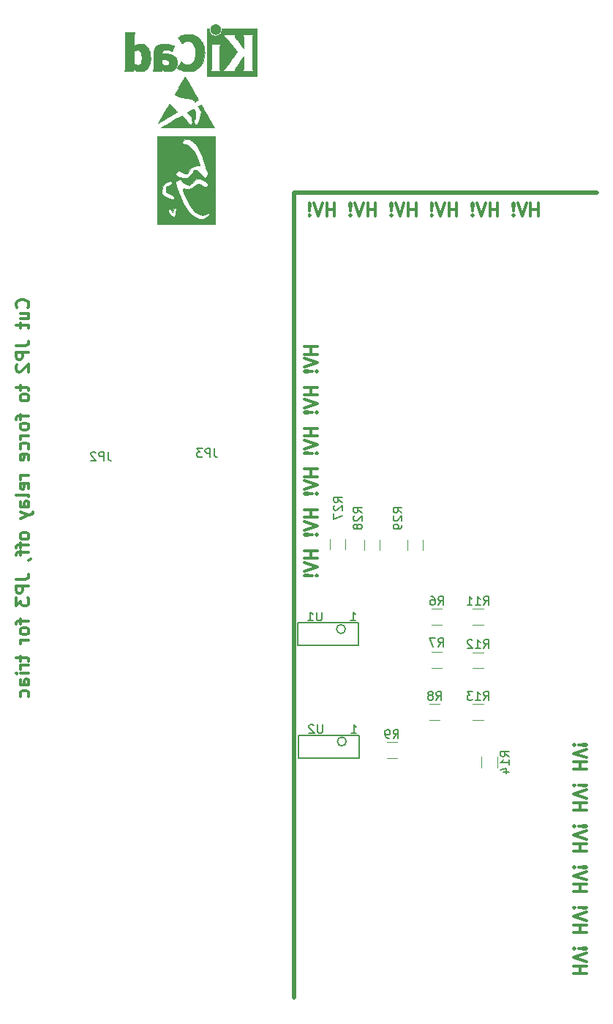
<source format=gbo>
G04 #@! TF.GenerationSoftware,KiCad,Pcbnew,5.0.0+dfsg1-2~bpo9+1*
G04 #@! TF.CreationDate,2018-10-07T14:27:24+02:00*
G04 #@! TF.ProjectId,PoesPPowerNode,506F657350506F7765724E6F64652E6B,rev?*
G04 #@! TF.SameCoordinates,Original*
G04 #@! TF.FileFunction,Legend,Bot*
G04 #@! TF.FilePolarity,Positive*
%FSLAX46Y46*%
G04 Gerber Fmt 4.6, Leading zero omitted, Abs format (unit mm)*
G04 Created by KiCad (PCBNEW 5.0.0+dfsg1-2~bpo9+1) date Sun Oct  7 14:27:24 2018*
%MOMM*%
%LPD*%
G01*
G04 APERTURE LIST*
%ADD10C,0.300000*%
%ADD11C,0.500000*%
%ADD12C,0.150000*%
%ADD13C,0.002540*%
%ADD14C,0.010000*%
%ADD15C,0.120000*%
G04 APERTURE END LIST*
D10*
X131214285Y-97678571D02*
X131214285Y-96178571D01*
X131214285Y-96892857D02*
X130357142Y-96892857D01*
X130357142Y-97678571D02*
X130357142Y-96178571D01*
X129857142Y-96178571D02*
X129357142Y-97678571D01*
X128857142Y-96178571D01*
X128357142Y-97535714D02*
X128285714Y-97607142D01*
X128357142Y-97678571D01*
X128428571Y-97607142D01*
X128357142Y-97535714D01*
X128357142Y-97678571D01*
X128357142Y-97107142D02*
X128428571Y-96250000D01*
X128357142Y-96178571D01*
X128285714Y-96250000D01*
X128357142Y-97107142D01*
X128357142Y-96178571D01*
X126500000Y-97678571D02*
X126500000Y-96178571D01*
X126500000Y-96892857D02*
X125642857Y-96892857D01*
X125642857Y-97678571D02*
X125642857Y-96178571D01*
X125142857Y-96178571D02*
X124642857Y-97678571D01*
X124142857Y-96178571D01*
X123642857Y-97535714D02*
X123571428Y-97607142D01*
X123642857Y-97678571D01*
X123714285Y-97607142D01*
X123642857Y-97535714D01*
X123642857Y-97678571D01*
X123642857Y-97107142D02*
X123714285Y-96250000D01*
X123642857Y-96178571D01*
X123571428Y-96250000D01*
X123642857Y-97107142D01*
X123642857Y-96178571D01*
X121785714Y-97678571D02*
X121785714Y-96178571D01*
X121785714Y-96892857D02*
X120928571Y-96892857D01*
X120928571Y-97678571D02*
X120928571Y-96178571D01*
X120428571Y-96178571D02*
X119928571Y-97678571D01*
X119428571Y-96178571D01*
X118928571Y-97535714D02*
X118857142Y-97607142D01*
X118928571Y-97678571D01*
X119000000Y-97607142D01*
X118928571Y-97535714D01*
X118928571Y-97678571D01*
X118928571Y-97107142D02*
X119000000Y-96250000D01*
X118928571Y-96178571D01*
X118857142Y-96250000D01*
X118928571Y-97107142D01*
X118928571Y-96178571D01*
X117071428Y-97678571D02*
X117071428Y-96178571D01*
X117071428Y-96892857D02*
X116214285Y-96892857D01*
X116214285Y-97678571D02*
X116214285Y-96178571D01*
X115714285Y-96178571D02*
X115214285Y-97678571D01*
X114714285Y-96178571D01*
X114214285Y-97535714D02*
X114142857Y-97607142D01*
X114214285Y-97678571D01*
X114285714Y-97607142D01*
X114214285Y-97535714D01*
X114214285Y-97678571D01*
X114214285Y-97107142D02*
X114285714Y-96250000D01*
X114214285Y-96178571D01*
X114142857Y-96250000D01*
X114214285Y-97107142D01*
X114214285Y-96178571D01*
X112357142Y-97678571D02*
X112357142Y-96178571D01*
X112357142Y-96892857D02*
X111500000Y-96892857D01*
X111500000Y-97678571D02*
X111500000Y-96178571D01*
X111000000Y-96178571D02*
X110500000Y-97678571D01*
X110000000Y-96178571D01*
X109500000Y-97535714D02*
X109428571Y-97607142D01*
X109500000Y-97678571D01*
X109571428Y-97607142D01*
X109500000Y-97535714D01*
X109500000Y-97678571D01*
X109500000Y-97107142D02*
X109571428Y-96250000D01*
X109500000Y-96178571D01*
X109428571Y-96250000D01*
X109500000Y-97107142D01*
X109500000Y-96178571D01*
X107642857Y-97678571D02*
X107642857Y-96178571D01*
X107642857Y-96892857D02*
X106785714Y-96892857D01*
X106785714Y-97678571D02*
X106785714Y-96178571D01*
X106285714Y-96178571D02*
X105785714Y-97678571D01*
X105285714Y-96178571D01*
X104785714Y-97535714D02*
X104714285Y-97607142D01*
X104785714Y-97678571D01*
X104857142Y-97607142D01*
X104785714Y-97535714D01*
X104785714Y-97678571D01*
X104785714Y-97107142D02*
X104857142Y-96250000D01*
X104785714Y-96178571D01*
X104714285Y-96250000D01*
X104785714Y-97107142D01*
X104785714Y-96178571D01*
X105678571Y-112785714D02*
X104178571Y-112785714D01*
X104892857Y-112785714D02*
X104892857Y-113642857D01*
X105678571Y-113642857D02*
X104178571Y-113642857D01*
X104178571Y-114142857D02*
X105678571Y-114642857D01*
X104178571Y-115142857D01*
X105535714Y-115642857D02*
X105607142Y-115714285D01*
X105678571Y-115642857D01*
X105607142Y-115571428D01*
X105535714Y-115642857D01*
X105678571Y-115642857D01*
X105107142Y-115642857D02*
X104250000Y-115571428D01*
X104178571Y-115642857D01*
X104250000Y-115714285D01*
X105107142Y-115642857D01*
X104178571Y-115642857D01*
X105678571Y-117500000D02*
X104178571Y-117500000D01*
X104892857Y-117500000D02*
X104892857Y-118357142D01*
X105678571Y-118357142D02*
X104178571Y-118357142D01*
X104178571Y-118857142D02*
X105678571Y-119357142D01*
X104178571Y-119857142D01*
X105535714Y-120357142D02*
X105607142Y-120428571D01*
X105678571Y-120357142D01*
X105607142Y-120285714D01*
X105535714Y-120357142D01*
X105678571Y-120357142D01*
X105107142Y-120357142D02*
X104250000Y-120285714D01*
X104178571Y-120357142D01*
X104250000Y-120428571D01*
X105107142Y-120357142D01*
X104178571Y-120357142D01*
X105678571Y-122214285D02*
X104178571Y-122214285D01*
X104892857Y-122214285D02*
X104892857Y-123071428D01*
X105678571Y-123071428D02*
X104178571Y-123071428D01*
X104178571Y-123571428D02*
X105678571Y-124071428D01*
X104178571Y-124571428D01*
X105535714Y-125071428D02*
X105607142Y-125142857D01*
X105678571Y-125071428D01*
X105607142Y-125000000D01*
X105535714Y-125071428D01*
X105678571Y-125071428D01*
X105107142Y-125071428D02*
X104250000Y-125000000D01*
X104178571Y-125071428D01*
X104250000Y-125142857D01*
X105107142Y-125071428D01*
X104178571Y-125071428D01*
X105678571Y-126928571D02*
X104178571Y-126928571D01*
X104892857Y-126928571D02*
X104892857Y-127785714D01*
X105678571Y-127785714D02*
X104178571Y-127785714D01*
X104178571Y-128285714D02*
X105678571Y-128785714D01*
X104178571Y-129285714D01*
X105535714Y-129785714D02*
X105607142Y-129857142D01*
X105678571Y-129785714D01*
X105607142Y-129714285D01*
X105535714Y-129785714D01*
X105678571Y-129785714D01*
X105107142Y-129785714D02*
X104250000Y-129714285D01*
X104178571Y-129785714D01*
X104250000Y-129857142D01*
X105107142Y-129785714D01*
X104178571Y-129785714D01*
X105678571Y-131642857D02*
X104178571Y-131642857D01*
X104892857Y-131642857D02*
X104892857Y-132500000D01*
X105678571Y-132500000D02*
X104178571Y-132500000D01*
X104178571Y-133000000D02*
X105678571Y-133500000D01*
X104178571Y-134000000D01*
X105535714Y-134500000D02*
X105607142Y-134571428D01*
X105678571Y-134500000D01*
X105607142Y-134428571D01*
X105535714Y-134500000D01*
X105678571Y-134500000D01*
X105107142Y-134500000D02*
X104250000Y-134428571D01*
X104178571Y-134500000D01*
X104250000Y-134571428D01*
X105107142Y-134500000D01*
X104178571Y-134500000D01*
X105678571Y-136357142D02*
X104178571Y-136357142D01*
X104892857Y-136357142D02*
X104892857Y-137214285D01*
X105678571Y-137214285D02*
X104178571Y-137214285D01*
X104178571Y-137714285D02*
X105678571Y-138214285D01*
X104178571Y-138714285D01*
X105535714Y-139214285D02*
X105607142Y-139285714D01*
X105678571Y-139214285D01*
X105607142Y-139142857D01*
X105535714Y-139214285D01*
X105678571Y-139214285D01*
X105107142Y-139214285D02*
X104250000Y-139142857D01*
X104178571Y-139214285D01*
X104250000Y-139285714D01*
X105107142Y-139214285D01*
X104178571Y-139214285D01*
X72135714Y-108264285D02*
X72207142Y-108192857D01*
X72278571Y-107978571D01*
X72278571Y-107835714D01*
X72207142Y-107621428D01*
X72064285Y-107478571D01*
X71921428Y-107407142D01*
X71635714Y-107335714D01*
X71421428Y-107335714D01*
X71135714Y-107407142D01*
X70992857Y-107478571D01*
X70850000Y-107621428D01*
X70778571Y-107835714D01*
X70778571Y-107978571D01*
X70850000Y-108192857D01*
X70921428Y-108264285D01*
X71278571Y-109550000D02*
X72278571Y-109550000D01*
X71278571Y-108907142D02*
X72064285Y-108907142D01*
X72207142Y-108978571D01*
X72278571Y-109121428D01*
X72278571Y-109335714D01*
X72207142Y-109478571D01*
X72135714Y-109550000D01*
X71278571Y-110050000D02*
X71278571Y-110621428D01*
X70778571Y-110264285D02*
X72064285Y-110264285D01*
X72207142Y-110335714D01*
X72278571Y-110478571D01*
X72278571Y-110621428D01*
X70778571Y-112692857D02*
X71850000Y-112692857D01*
X72064285Y-112621428D01*
X72207142Y-112478571D01*
X72278571Y-112264285D01*
X72278571Y-112121428D01*
X72278571Y-113407142D02*
X70778571Y-113407142D01*
X70778571Y-113978571D01*
X70850000Y-114121428D01*
X70921428Y-114192857D01*
X71064285Y-114264285D01*
X71278571Y-114264285D01*
X71421428Y-114192857D01*
X71492857Y-114121428D01*
X71564285Y-113978571D01*
X71564285Y-113407142D01*
X70921428Y-114835714D02*
X70850000Y-114907142D01*
X70778571Y-115050000D01*
X70778571Y-115407142D01*
X70850000Y-115550000D01*
X70921428Y-115621428D01*
X71064285Y-115692857D01*
X71207142Y-115692857D01*
X71421428Y-115621428D01*
X72278571Y-114764285D01*
X72278571Y-115692857D01*
X71278571Y-117264285D02*
X71278571Y-117835714D01*
X70778571Y-117478571D02*
X72064285Y-117478571D01*
X72207142Y-117549999D01*
X72278571Y-117692857D01*
X72278571Y-117835714D01*
X72278571Y-118550000D02*
X72207142Y-118407142D01*
X72135714Y-118335714D01*
X71992857Y-118264285D01*
X71564285Y-118264285D01*
X71421428Y-118335714D01*
X71350000Y-118407142D01*
X71278571Y-118550000D01*
X71278571Y-118764285D01*
X71350000Y-118907142D01*
X71421428Y-118978571D01*
X71564285Y-119050000D01*
X71992857Y-119050000D01*
X72135714Y-118978571D01*
X72207142Y-118907142D01*
X72278571Y-118764285D01*
X72278571Y-118550000D01*
X71278571Y-120621428D02*
X71278571Y-121192857D01*
X72278571Y-120835714D02*
X70992857Y-120835714D01*
X70850000Y-120907142D01*
X70778571Y-121049999D01*
X70778571Y-121192857D01*
X72278571Y-121907142D02*
X72207142Y-121764285D01*
X72135714Y-121692857D01*
X71992857Y-121621428D01*
X71564285Y-121621428D01*
X71421428Y-121692857D01*
X71350000Y-121764285D01*
X71278571Y-121907142D01*
X71278571Y-122121428D01*
X71350000Y-122264285D01*
X71421428Y-122335714D01*
X71564285Y-122407142D01*
X71992857Y-122407142D01*
X72135714Y-122335714D01*
X72207142Y-122264285D01*
X72278571Y-122121428D01*
X72278571Y-121907142D01*
X72278571Y-123050000D02*
X71278571Y-123050000D01*
X71564285Y-123050000D02*
X71421428Y-123121428D01*
X71350000Y-123192857D01*
X71278571Y-123335714D01*
X71278571Y-123478571D01*
X72207142Y-124621428D02*
X72278571Y-124478571D01*
X72278571Y-124192857D01*
X72207142Y-124050000D01*
X72135714Y-123978571D01*
X71992857Y-123907142D01*
X71564285Y-123907142D01*
X71421428Y-123978571D01*
X71350000Y-124050000D01*
X71278571Y-124192857D01*
X71278571Y-124478571D01*
X71350000Y-124621428D01*
X72207142Y-125835714D02*
X72278571Y-125692857D01*
X72278571Y-125407142D01*
X72207142Y-125264285D01*
X72064285Y-125192857D01*
X71492857Y-125192857D01*
X71350000Y-125264285D01*
X71278571Y-125407142D01*
X71278571Y-125692857D01*
X71350000Y-125835714D01*
X71492857Y-125907142D01*
X71635714Y-125907142D01*
X71778571Y-125192857D01*
X72278571Y-127692857D02*
X71278571Y-127692857D01*
X71564285Y-127692857D02*
X71421428Y-127764285D01*
X71350000Y-127835714D01*
X71278571Y-127978571D01*
X71278571Y-128121428D01*
X72207142Y-129192857D02*
X72278571Y-129050000D01*
X72278571Y-128764285D01*
X72207142Y-128621428D01*
X72064285Y-128550000D01*
X71492857Y-128550000D01*
X71350000Y-128621428D01*
X71278571Y-128764285D01*
X71278571Y-129050000D01*
X71350000Y-129192857D01*
X71492857Y-129264285D01*
X71635714Y-129264285D01*
X71778571Y-128550000D01*
X72278571Y-130121428D02*
X72207142Y-129978571D01*
X72064285Y-129907142D01*
X70778571Y-129907142D01*
X72278571Y-131335714D02*
X71492857Y-131335714D01*
X71350000Y-131264285D01*
X71278571Y-131121428D01*
X71278571Y-130835714D01*
X71350000Y-130692857D01*
X72207142Y-131335714D02*
X72278571Y-131192857D01*
X72278571Y-130835714D01*
X72207142Y-130692857D01*
X72064285Y-130621428D01*
X71921428Y-130621428D01*
X71778571Y-130692857D01*
X71707142Y-130835714D01*
X71707142Y-131192857D01*
X71635714Y-131335714D01*
X71278571Y-131907142D02*
X72278571Y-132264285D01*
X71278571Y-132621428D02*
X72278571Y-132264285D01*
X72635714Y-132121428D01*
X72707142Y-132050000D01*
X72778571Y-131907142D01*
X72278571Y-134550000D02*
X72207142Y-134407142D01*
X72135714Y-134335714D01*
X71992857Y-134264285D01*
X71564285Y-134264285D01*
X71421428Y-134335714D01*
X71350000Y-134407142D01*
X71278571Y-134550000D01*
X71278571Y-134764285D01*
X71350000Y-134907142D01*
X71421428Y-134978571D01*
X71564285Y-135050000D01*
X71992857Y-135050000D01*
X72135714Y-134978571D01*
X72207142Y-134907142D01*
X72278571Y-134764285D01*
X72278571Y-134550000D01*
X71278571Y-135478571D02*
X71278571Y-136050000D01*
X72278571Y-135692857D02*
X70992857Y-135692857D01*
X70850000Y-135764285D01*
X70778571Y-135907142D01*
X70778571Y-136050000D01*
X71278571Y-136335714D02*
X71278571Y-136907142D01*
X72278571Y-136550000D02*
X70992857Y-136550000D01*
X70850000Y-136621428D01*
X70778571Y-136764285D01*
X70778571Y-136907142D01*
X72207142Y-137478571D02*
X72278571Y-137478571D01*
X72421428Y-137407142D01*
X72492857Y-137335714D01*
X70778571Y-139692857D02*
X71850000Y-139692857D01*
X72064285Y-139621428D01*
X72207142Y-139478571D01*
X72278571Y-139264285D01*
X72278571Y-139121428D01*
X72278571Y-140407142D02*
X70778571Y-140407142D01*
X70778571Y-140978571D01*
X70850000Y-141121428D01*
X70921428Y-141192857D01*
X71064285Y-141264285D01*
X71278571Y-141264285D01*
X71421428Y-141192857D01*
X71492857Y-141121428D01*
X71564285Y-140978571D01*
X71564285Y-140407142D01*
X70778571Y-141764285D02*
X70778571Y-142692857D01*
X71350000Y-142192857D01*
X71350000Y-142407142D01*
X71421428Y-142550000D01*
X71492857Y-142621428D01*
X71635714Y-142692857D01*
X71992857Y-142692857D01*
X72135714Y-142621428D01*
X72207142Y-142550000D01*
X72278571Y-142407142D01*
X72278571Y-141978571D01*
X72207142Y-141835714D01*
X72135714Y-141764285D01*
X71278571Y-144264285D02*
X71278571Y-144835714D01*
X72278571Y-144478571D02*
X70992857Y-144478571D01*
X70850000Y-144550000D01*
X70778571Y-144692857D01*
X70778571Y-144835714D01*
X72278571Y-145550000D02*
X72207142Y-145407142D01*
X72135714Y-145335714D01*
X71992857Y-145264285D01*
X71564285Y-145264285D01*
X71421428Y-145335714D01*
X71350000Y-145407142D01*
X71278571Y-145550000D01*
X71278571Y-145764285D01*
X71350000Y-145907142D01*
X71421428Y-145978571D01*
X71564285Y-146050000D01*
X71992857Y-146050000D01*
X72135714Y-145978571D01*
X72207142Y-145907142D01*
X72278571Y-145764285D01*
X72278571Y-145550000D01*
X72278571Y-146692857D02*
X71278571Y-146692857D01*
X71564285Y-146692857D02*
X71421428Y-146764285D01*
X71350000Y-146835714D01*
X71278571Y-146978571D01*
X71278571Y-147121428D01*
X71278571Y-148550000D02*
X71278571Y-149121428D01*
X70778571Y-148764285D02*
X72064285Y-148764285D01*
X72207142Y-148835714D01*
X72278571Y-148978571D01*
X72278571Y-149121428D01*
X72278571Y-149621428D02*
X71278571Y-149621428D01*
X71564285Y-149621428D02*
X71421428Y-149692857D01*
X71350000Y-149764285D01*
X71278571Y-149907142D01*
X71278571Y-150050000D01*
X72278571Y-150550000D02*
X71278571Y-150550000D01*
X70778571Y-150550000D02*
X70850000Y-150478571D01*
X70921428Y-150550000D01*
X70850000Y-150621428D01*
X70778571Y-150550000D01*
X70921428Y-150550000D01*
X72278571Y-151907142D02*
X71492857Y-151907142D01*
X71350000Y-151835714D01*
X71278571Y-151692857D01*
X71278571Y-151407142D01*
X71350000Y-151264285D01*
X72207142Y-151907142D02*
X72278571Y-151764285D01*
X72278571Y-151407142D01*
X72207142Y-151264285D01*
X72064285Y-151192857D01*
X71921428Y-151192857D01*
X71778571Y-151264285D01*
X71707142Y-151407142D01*
X71707142Y-151764285D01*
X71635714Y-151907142D01*
X72207142Y-153264285D02*
X72278571Y-153121428D01*
X72278571Y-152835714D01*
X72207142Y-152692857D01*
X72135714Y-152621428D01*
X71992857Y-152550000D01*
X71564285Y-152550000D01*
X71421428Y-152621428D01*
X71350000Y-152692857D01*
X71278571Y-152835714D01*
X71278571Y-153121428D01*
X71350000Y-153264285D01*
X135321428Y-185214285D02*
X136821428Y-185214285D01*
X136107142Y-185214285D02*
X136107142Y-184357142D01*
X135321428Y-184357142D02*
X136821428Y-184357142D01*
X136821428Y-183857142D02*
X135321428Y-183357142D01*
X136821428Y-182857142D01*
X135464285Y-182357142D02*
X135392857Y-182285714D01*
X135321428Y-182357142D01*
X135392857Y-182428571D01*
X135464285Y-182357142D01*
X135321428Y-182357142D01*
X135892857Y-182357142D02*
X136750000Y-182428571D01*
X136821428Y-182357142D01*
X136750000Y-182285714D01*
X135892857Y-182357142D01*
X136821428Y-182357142D01*
X135321428Y-180500000D02*
X136821428Y-180500000D01*
X136107142Y-180500000D02*
X136107142Y-179642857D01*
X135321428Y-179642857D02*
X136821428Y-179642857D01*
X136821428Y-179142857D02*
X135321428Y-178642857D01*
X136821428Y-178142857D01*
X135464285Y-177642857D02*
X135392857Y-177571428D01*
X135321428Y-177642857D01*
X135392857Y-177714285D01*
X135464285Y-177642857D01*
X135321428Y-177642857D01*
X135892857Y-177642857D02*
X136750000Y-177714285D01*
X136821428Y-177642857D01*
X136750000Y-177571428D01*
X135892857Y-177642857D01*
X136821428Y-177642857D01*
X135321428Y-175785714D02*
X136821428Y-175785714D01*
X136107142Y-175785714D02*
X136107142Y-174928571D01*
X135321428Y-174928571D02*
X136821428Y-174928571D01*
X136821428Y-174428571D02*
X135321428Y-173928571D01*
X136821428Y-173428571D01*
X135464285Y-172928571D02*
X135392857Y-172857142D01*
X135321428Y-172928571D01*
X135392857Y-173000000D01*
X135464285Y-172928571D01*
X135321428Y-172928571D01*
X135892857Y-172928571D02*
X136750000Y-173000000D01*
X136821428Y-172928571D01*
X136750000Y-172857142D01*
X135892857Y-172928571D01*
X136821428Y-172928571D01*
X135321428Y-171071428D02*
X136821428Y-171071428D01*
X136107142Y-171071428D02*
X136107142Y-170214285D01*
X135321428Y-170214285D02*
X136821428Y-170214285D01*
X136821428Y-169714285D02*
X135321428Y-169214285D01*
X136821428Y-168714285D01*
X135464285Y-168214285D02*
X135392857Y-168142857D01*
X135321428Y-168214285D01*
X135392857Y-168285714D01*
X135464285Y-168214285D01*
X135321428Y-168214285D01*
X135892857Y-168214285D02*
X136750000Y-168285714D01*
X136821428Y-168214285D01*
X136750000Y-168142857D01*
X135892857Y-168214285D01*
X136821428Y-168214285D01*
X135321428Y-166357142D02*
X136821428Y-166357142D01*
X136107142Y-166357142D02*
X136107142Y-165500000D01*
X135321428Y-165500000D02*
X136821428Y-165500000D01*
X136821428Y-165000000D02*
X135321428Y-164500000D01*
X136821428Y-164000000D01*
X135464285Y-163500000D02*
X135392857Y-163428571D01*
X135321428Y-163500000D01*
X135392857Y-163571428D01*
X135464285Y-163500000D01*
X135321428Y-163500000D01*
X135892857Y-163500000D02*
X136750000Y-163571428D01*
X136821428Y-163500000D01*
X136750000Y-163428571D01*
X135892857Y-163500000D01*
X136821428Y-163500000D01*
X135321428Y-161642857D02*
X136821428Y-161642857D01*
X136107142Y-161642857D02*
X136107142Y-160785714D01*
X135321428Y-160785714D02*
X136821428Y-160785714D01*
X136821428Y-160285714D02*
X135321428Y-159785714D01*
X136821428Y-159285714D01*
X135464285Y-158785714D02*
X135392857Y-158714285D01*
X135321428Y-158785714D01*
X135392857Y-158857142D01*
X135464285Y-158785714D01*
X135321428Y-158785714D01*
X135892857Y-158785714D02*
X136750000Y-158857142D01*
X136821428Y-158785714D01*
X136750000Y-158714285D01*
X135892857Y-158785714D01*
X136821428Y-158785714D01*
D11*
X103000000Y-95009032D02*
X103000000Y-188000000D01*
X138000000Y-95009032D02*
X103000000Y-95009032D01*
D12*
G04 #@! TO.C,U1*
X108909902Y-145409901D02*
G75*
G03X108909902Y-145409901I-509902J0D01*
G01*
X103400000Y-144700000D02*
X110400000Y-144700000D01*
X103400000Y-147300000D02*
X103400000Y-144700000D01*
X110400000Y-147300000D02*
X103400000Y-147300000D01*
X110400000Y-144700000D02*
X110400000Y-147300000D01*
G04 #@! TO.C,U2*
X109009902Y-158409901D02*
G75*
G03X109009902Y-158409901I-509902J0D01*
G01*
X103500000Y-157700000D02*
X110500000Y-157700000D01*
X103500000Y-160300000D02*
X103500000Y-157700000D01*
X110500000Y-160300000D02*
X103500000Y-160300000D01*
X110500000Y-157700000D02*
X110500000Y-160300000D01*
D13*
G04 #@! TO.C,LOGO5*
G36*
X87114180Y-98580000D02*
X87612020Y-98580000D01*
X87612020Y-94731900D01*
X87703460Y-94358520D01*
X87749180Y-94264540D01*
X87926980Y-94015620D01*
X88165740Y-93817500D01*
X88419740Y-93690500D01*
X88650880Y-93652400D01*
X88821060Y-93718440D01*
X88854080Y-93759080D01*
X88849000Y-93888620D01*
X88734700Y-94030860D01*
X88561980Y-94142620D01*
X88414660Y-94175640D01*
X88239400Y-94236600D01*
X88168280Y-94378840D01*
X88125100Y-94673480D01*
X88193680Y-94881760D01*
X88389260Y-95039240D01*
X88633100Y-95148460D01*
X88945520Y-95288160D01*
X89105540Y-95417700D01*
X89123320Y-95552320D01*
X89059820Y-95661540D01*
X88981080Y-95742820D01*
X88894720Y-95773300D01*
X88762640Y-95747900D01*
X88539120Y-95661540D01*
X88315600Y-95567560D01*
X87919360Y-95336420D01*
X87683140Y-95057020D01*
X87612020Y-94731900D01*
X87612020Y-98580000D01*
X88391800Y-98580000D01*
X88391800Y-96969640D01*
X88455300Y-96855340D01*
X88483240Y-96835020D01*
X88600080Y-96852800D01*
X88752480Y-96989960D01*
X88767720Y-97005200D01*
X88953140Y-97238880D01*
X89006480Y-96977260D01*
X89077600Y-96789300D01*
X89181740Y-96715640D01*
X89237620Y-96725800D01*
X89237620Y-93962280D01*
X89252860Y-93746380D01*
X89278260Y-93700660D01*
X89278260Y-92885320D01*
X89290960Y-92748160D01*
X89384940Y-92631320D01*
X89557660Y-92456060D01*
X89981840Y-92638940D01*
X90291720Y-92763400D01*
X90492380Y-92804040D01*
X90627000Y-92758320D01*
X90738760Y-92618620D01*
X90794640Y-92519560D01*
X91063880Y-92133480D01*
X91368680Y-91899800D01*
X91696340Y-91823600D01*
X91777620Y-91828680D01*
X92087500Y-91871860D01*
X91970660Y-91478160D01*
X91703960Y-90792360D01*
X91343280Y-90175140D01*
X90992760Y-89753500D01*
X90748920Y-89524900D01*
X90560960Y-89400440D01*
X90378080Y-89354720D01*
X90286640Y-89349640D01*
X90085980Y-89336940D01*
X90007240Y-89275980D01*
X90009780Y-89159140D01*
X90113920Y-88955940D01*
X90334900Y-88828940D01*
X90627000Y-88793380D01*
X90840360Y-88831480D01*
X91231520Y-89034680D01*
X91604900Y-89405520D01*
X91955420Y-89938920D01*
X92288160Y-90632340D01*
X92595500Y-91488320D01*
X92651380Y-91668660D01*
X92770760Y-92057280D01*
X92877440Y-92390020D01*
X92958720Y-92631320D01*
X93004440Y-92745620D01*
X93004440Y-92882780D01*
X92905380Y-93050420D01*
X92758060Y-93190120D01*
X92613280Y-93246000D01*
X92448180Y-93169800D01*
X92369440Y-93047880D01*
X92252600Y-92859920D01*
X92057020Y-92651640D01*
X91833500Y-92461140D01*
X91630300Y-92339220D01*
X91536320Y-92313820D01*
X91406780Y-92384940D01*
X91254380Y-92577980D01*
X91198500Y-92677040D01*
X90929260Y-93047880D01*
X90606680Y-93261240D01*
X90228220Y-93314580D01*
X89788800Y-93210440D01*
X89687200Y-93167260D01*
X89405260Y-93017400D01*
X89278260Y-92885320D01*
X89278260Y-93700660D01*
X89336680Y-93601600D01*
X89499240Y-93512700D01*
X89659260Y-93456820D01*
X89834520Y-93446660D01*
X89943740Y-93555880D01*
X89976760Y-93624460D01*
X90136780Y-93812420D01*
X90393320Y-93977520D01*
X90682880Y-94076580D01*
X90820040Y-94091820D01*
X90962280Y-94033400D01*
X91155320Y-93881000D01*
X91282320Y-93756540D01*
X91500760Y-93553340D01*
X91716660Y-93403480D01*
X91813180Y-93365380D01*
X92057020Y-93362840D01*
X92336420Y-93446660D01*
X92605660Y-93593980D01*
X92831720Y-93774320D01*
X92971420Y-93962280D01*
X92986660Y-94135000D01*
X92857120Y-94279780D01*
X92643760Y-94289940D01*
X92366900Y-94168020D01*
X92318640Y-94137540D01*
X92057020Y-93980060D01*
X91866520Y-93939420D01*
X91686180Y-94020700D01*
X91480440Y-94208660D01*
X91117220Y-94467740D01*
X90713360Y-94564260D01*
X90352680Y-94521080D01*
X90169800Y-94475360D01*
X90106300Y-94508380D01*
X90126620Y-94645540D01*
X90131700Y-94668400D01*
X90220600Y-94942720D01*
X90365380Y-95308480D01*
X90550800Y-95722500D01*
X90748920Y-96139060D01*
X90941960Y-96507360D01*
X91107060Y-96786760D01*
X91168020Y-96873120D01*
X91442340Y-97139820D01*
X91787780Y-97365880D01*
X92143380Y-97518280D01*
X92407540Y-97564000D01*
X92641220Y-97515740D01*
X92836800Y-97424300D01*
X93014600Y-97335400D01*
X93133980Y-97368420D01*
X93149220Y-97381120D01*
X93182240Y-97505580D01*
X93085720Y-97647820D01*
X92895220Y-97790060D01*
X92648840Y-97906900D01*
X92382140Y-97985640D01*
X92128140Y-98003420D01*
X92021460Y-97985640D01*
X91787780Y-97904360D01*
X91518540Y-97790060D01*
X91482980Y-97772280D01*
X91142620Y-97538600D01*
X90787020Y-97167760D01*
X90433960Y-96687700D01*
X90101220Y-96126360D01*
X89809120Y-95514220D01*
X89570360Y-94874140D01*
X89519560Y-94703960D01*
X89433200Y-94429640D01*
X89351920Y-94218820D01*
X89306200Y-94137540D01*
X89237620Y-93962280D01*
X89237620Y-96725800D01*
X89296040Y-96741040D01*
X89346840Y-96835020D01*
X89336680Y-97033140D01*
X89290960Y-97287140D01*
X89224920Y-97551300D01*
X89153800Y-97683380D01*
X89052200Y-97729100D01*
X89006480Y-97731640D01*
X88803280Y-97647820D01*
X88600080Y-97416680D01*
X88437520Y-97147440D01*
X88391800Y-96969640D01*
X88391800Y-98580000D01*
X90459360Y-98580000D01*
X93802000Y-98580000D01*
X93802000Y-93500000D01*
X93802000Y-88420000D01*
X90459360Y-88420000D01*
X87114180Y-88420000D01*
X87114180Y-93500000D01*
X87114180Y-98580000D01*
X87114180Y-98580000D01*
G37*
X87114180Y-98580000D02*
X87612020Y-98580000D01*
X87612020Y-94731900D01*
X87703460Y-94358520D01*
X87749180Y-94264540D01*
X87926980Y-94015620D01*
X88165740Y-93817500D01*
X88419740Y-93690500D01*
X88650880Y-93652400D01*
X88821060Y-93718440D01*
X88854080Y-93759080D01*
X88849000Y-93888620D01*
X88734700Y-94030860D01*
X88561980Y-94142620D01*
X88414660Y-94175640D01*
X88239400Y-94236600D01*
X88168280Y-94378840D01*
X88125100Y-94673480D01*
X88193680Y-94881760D01*
X88389260Y-95039240D01*
X88633100Y-95148460D01*
X88945520Y-95288160D01*
X89105540Y-95417700D01*
X89123320Y-95552320D01*
X89059820Y-95661540D01*
X88981080Y-95742820D01*
X88894720Y-95773300D01*
X88762640Y-95747900D01*
X88539120Y-95661540D01*
X88315600Y-95567560D01*
X87919360Y-95336420D01*
X87683140Y-95057020D01*
X87612020Y-94731900D01*
X87612020Y-98580000D01*
X88391800Y-98580000D01*
X88391800Y-96969640D01*
X88455300Y-96855340D01*
X88483240Y-96835020D01*
X88600080Y-96852800D01*
X88752480Y-96989960D01*
X88767720Y-97005200D01*
X88953140Y-97238880D01*
X89006480Y-96977260D01*
X89077600Y-96789300D01*
X89181740Y-96715640D01*
X89237620Y-96725800D01*
X89237620Y-93962280D01*
X89252860Y-93746380D01*
X89278260Y-93700660D01*
X89278260Y-92885320D01*
X89290960Y-92748160D01*
X89384940Y-92631320D01*
X89557660Y-92456060D01*
X89981840Y-92638940D01*
X90291720Y-92763400D01*
X90492380Y-92804040D01*
X90627000Y-92758320D01*
X90738760Y-92618620D01*
X90794640Y-92519560D01*
X91063880Y-92133480D01*
X91368680Y-91899800D01*
X91696340Y-91823600D01*
X91777620Y-91828680D01*
X92087500Y-91871860D01*
X91970660Y-91478160D01*
X91703960Y-90792360D01*
X91343280Y-90175140D01*
X90992760Y-89753500D01*
X90748920Y-89524900D01*
X90560960Y-89400440D01*
X90378080Y-89354720D01*
X90286640Y-89349640D01*
X90085980Y-89336940D01*
X90007240Y-89275980D01*
X90009780Y-89159140D01*
X90113920Y-88955940D01*
X90334900Y-88828940D01*
X90627000Y-88793380D01*
X90840360Y-88831480D01*
X91231520Y-89034680D01*
X91604900Y-89405520D01*
X91955420Y-89938920D01*
X92288160Y-90632340D01*
X92595500Y-91488320D01*
X92651380Y-91668660D01*
X92770760Y-92057280D01*
X92877440Y-92390020D01*
X92958720Y-92631320D01*
X93004440Y-92745620D01*
X93004440Y-92882780D01*
X92905380Y-93050420D01*
X92758060Y-93190120D01*
X92613280Y-93246000D01*
X92448180Y-93169800D01*
X92369440Y-93047880D01*
X92252600Y-92859920D01*
X92057020Y-92651640D01*
X91833500Y-92461140D01*
X91630300Y-92339220D01*
X91536320Y-92313820D01*
X91406780Y-92384940D01*
X91254380Y-92577980D01*
X91198500Y-92677040D01*
X90929260Y-93047880D01*
X90606680Y-93261240D01*
X90228220Y-93314580D01*
X89788800Y-93210440D01*
X89687200Y-93167260D01*
X89405260Y-93017400D01*
X89278260Y-92885320D01*
X89278260Y-93700660D01*
X89336680Y-93601600D01*
X89499240Y-93512700D01*
X89659260Y-93456820D01*
X89834520Y-93446660D01*
X89943740Y-93555880D01*
X89976760Y-93624460D01*
X90136780Y-93812420D01*
X90393320Y-93977520D01*
X90682880Y-94076580D01*
X90820040Y-94091820D01*
X90962280Y-94033400D01*
X91155320Y-93881000D01*
X91282320Y-93756540D01*
X91500760Y-93553340D01*
X91716660Y-93403480D01*
X91813180Y-93365380D01*
X92057020Y-93362840D01*
X92336420Y-93446660D01*
X92605660Y-93593980D01*
X92831720Y-93774320D01*
X92971420Y-93962280D01*
X92986660Y-94135000D01*
X92857120Y-94279780D01*
X92643760Y-94289940D01*
X92366900Y-94168020D01*
X92318640Y-94137540D01*
X92057020Y-93980060D01*
X91866520Y-93939420D01*
X91686180Y-94020700D01*
X91480440Y-94208660D01*
X91117220Y-94467740D01*
X90713360Y-94564260D01*
X90352680Y-94521080D01*
X90169800Y-94475360D01*
X90106300Y-94508380D01*
X90126620Y-94645540D01*
X90131700Y-94668400D01*
X90220600Y-94942720D01*
X90365380Y-95308480D01*
X90550800Y-95722500D01*
X90748920Y-96139060D01*
X90941960Y-96507360D01*
X91107060Y-96786760D01*
X91168020Y-96873120D01*
X91442340Y-97139820D01*
X91787780Y-97365880D01*
X92143380Y-97518280D01*
X92407540Y-97564000D01*
X92641220Y-97515740D01*
X92836800Y-97424300D01*
X93014600Y-97335400D01*
X93133980Y-97368420D01*
X93149220Y-97381120D01*
X93182240Y-97505580D01*
X93085720Y-97647820D01*
X92895220Y-97790060D01*
X92648840Y-97906900D01*
X92382140Y-97985640D01*
X92128140Y-98003420D01*
X92021460Y-97985640D01*
X91787780Y-97904360D01*
X91518540Y-97790060D01*
X91482980Y-97772280D01*
X91142620Y-97538600D01*
X90787020Y-97167760D01*
X90433960Y-96687700D01*
X90101220Y-96126360D01*
X89809120Y-95514220D01*
X89570360Y-94874140D01*
X89519560Y-94703960D01*
X89433200Y-94429640D01*
X89351920Y-94218820D01*
X89306200Y-94137540D01*
X89237620Y-93962280D01*
X89237620Y-96725800D01*
X89296040Y-96741040D01*
X89346840Y-96835020D01*
X89336680Y-97033140D01*
X89290960Y-97287140D01*
X89224920Y-97551300D01*
X89153800Y-97683380D01*
X89052200Y-97729100D01*
X89006480Y-97731640D01*
X88803280Y-97647820D01*
X88600080Y-97416680D01*
X88437520Y-97147440D01*
X88391800Y-96969640D01*
X88391800Y-98580000D01*
X90459360Y-98580000D01*
X93802000Y-98580000D01*
X93802000Y-93500000D01*
X93802000Y-88420000D01*
X90459360Y-88420000D01*
X87114180Y-88420000D01*
X87114180Y-93500000D01*
X87114180Y-98580000D01*
D14*
G04 #@! TO.C,LOGO1*
G36*
X92177906Y-84791158D02*
X92145381Y-84803736D01*
X92095807Y-84828712D01*
X92024626Y-84867876D01*
X92019084Y-84870988D01*
X91953526Y-84908476D01*
X91898202Y-84941319D01*
X91858545Y-84966205D01*
X91839988Y-84979820D01*
X91839469Y-84980487D01*
X91843952Y-84999390D01*
X91864514Y-85041605D01*
X91899817Y-85104832D01*
X91948520Y-85186772D01*
X92009282Y-85285122D01*
X92080764Y-85397585D01*
X92098555Y-85425165D01*
X92144907Y-85501699D01*
X92178658Y-85567556D01*
X92196847Y-85616782D01*
X92198714Y-85626507D01*
X92197885Y-85669312D01*
X92188606Y-85737209D01*
X92172032Y-85825843D01*
X92149320Y-85930859D01*
X92121627Y-86047902D01*
X92090110Y-86172616D01*
X92055925Y-86300645D01*
X92020229Y-86427634D01*
X91984179Y-86549228D01*
X91948932Y-86661072D01*
X91915644Y-86758810D01*
X91885472Y-86838087D01*
X91864439Y-86885122D01*
X91839663Y-86935225D01*
X91816270Y-86983168D01*
X91815003Y-86985793D01*
X91776301Y-87034220D01*
X91719816Y-87066828D01*
X91654061Y-87082454D01*
X91587549Y-87079937D01*
X91528795Y-87058114D01*
X91495742Y-87029382D01*
X91448141Y-86950583D01*
X91413261Y-86852378D01*
X91394123Y-86744779D01*
X91391412Y-86683780D01*
X91402330Y-86569935D01*
X91434376Y-86475660D01*
X91489274Y-86396379D01*
X91506393Y-86378733D01*
X91557339Y-86329235D01*
X91560837Y-85979362D01*
X91564336Y-85629489D01*
X91475182Y-85494531D01*
X91433346Y-85433445D01*
X91393055Y-85378493D01*
X91360057Y-85337336D01*
X91345874Y-85322192D01*
X91305719Y-85284810D01*
X91251335Y-85314098D01*
X91216961Y-85335084D01*
X91198154Y-85351378D01*
X91196951Y-85354307D01*
X91184097Y-85366728D01*
X91162104Y-85375977D01*
X91140850Y-85384313D01*
X91108306Y-85400149D01*
X91061678Y-85425033D01*
X90998171Y-85460509D01*
X90914992Y-85508123D01*
X90809347Y-85569422D01*
X90751938Y-85602932D01*
X90684406Y-85643071D01*
X90640115Y-85671659D01*
X90615145Y-85692039D01*
X90605577Y-85707553D01*
X90607492Y-85721546D01*
X90609089Y-85724796D01*
X90624624Y-85745266D01*
X90657864Y-85783665D01*
X90704938Y-85835696D01*
X90761972Y-85897066D01*
X90811300Y-85949090D01*
X90924970Y-86072567D01*
X91013895Y-86179591D01*
X91078866Y-86271240D01*
X91120679Y-86348588D01*
X91134783Y-86387866D01*
X91140608Y-86422249D01*
X91146625Y-86480899D01*
X91152304Y-86557117D01*
X91157116Y-86644202D01*
X91159381Y-86699268D01*
X91162541Y-86794464D01*
X91163931Y-86864062D01*
X91163142Y-86913409D01*
X91159765Y-86947854D01*
X91153392Y-86972743D01*
X91143613Y-86993425D01*
X91135933Y-87006053D01*
X91091579Y-87054726D01*
X91034426Y-87088645D01*
X90974292Y-87103438D01*
X90929227Y-87098086D01*
X90888424Y-87074930D01*
X90837276Y-87033462D01*
X90782958Y-86980912D01*
X90732643Y-86924516D01*
X90693506Y-86871505D01*
X90679095Y-86845889D01*
X90657509Y-86810814D01*
X90618247Y-86757389D01*
X90564898Y-86689789D01*
X90501048Y-86612190D01*
X90430285Y-86528768D01*
X90356196Y-86443698D01*
X90282368Y-86361155D01*
X90212389Y-86285316D01*
X90149845Y-86220356D01*
X90100740Y-86172669D01*
X90046221Y-86125032D01*
X90000358Y-86089908D01*
X89968189Y-86070949D01*
X89957511Y-86068864D01*
X89941147Y-86077274D01*
X89900329Y-86099846D01*
X89837414Y-86135224D01*
X89754756Y-86182054D01*
X89654711Y-86238981D01*
X89539634Y-86304649D01*
X89411881Y-86377703D01*
X89273806Y-86456788D01*
X89127766Y-86540548D01*
X88976116Y-86627629D01*
X88821210Y-86716676D01*
X88665405Y-86806332D01*
X88511056Y-86895243D01*
X88360518Y-86982054D01*
X88216146Y-87065409D01*
X88080296Y-87143954D01*
X87955323Y-87216333D01*
X87843583Y-87281190D01*
X87747430Y-87337171D01*
X87669221Y-87382920D01*
X87611311Y-87417083D01*
X87576054Y-87438304D01*
X87565835Y-87444963D01*
X87579598Y-87446280D01*
X87622896Y-87447559D01*
X87694286Y-87448796D01*
X87792327Y-87449983D01*
X87915578Y-87451115D01*
X88062597Y-87452186D01*
X88231943Y-87453189D01*
X88422174Y-87454119D01*
X88631849Y-87454968D01*
X88859527Y-87455732D01*
X89103765Y-87456403D01*
X89363123Y-87456976D01*
X89636159Y-87457444D01*
X89921432Y-87457802D01*
X90217500Y-87458042D01*
X90522921Y-87458159D01*
X90651076Y-87458171D01*
X93751030Y-87458171D01*
X93529947Y-87074847D01*
X93483144Y-86993680D01*
X93422898Y-86889166D01*
X93351222Y-86764801D01*
X93270131Y-86624082D01*
X93181638Y-86470503D01*
X93087760Y-86307562D01*
X92990509Y-86138754D01*
X92891900Y-85967575D01*
X92793947Y-85797521D01*
X92769175Y-85754512D01*
X92678848Y-85597857D01*
X92592711Y-85448803D01*
X92512058Y-85309568D01*
X92438184Y-85182371D01*
X92372383Y-85069432D01*
X92315950Y-84972968D01*
X92270179Y-84895200D01*
X92236365Y-84838346D01*
X92215802Y-84804625D01*
X92210047Y-84796040D01*
X92197942Y-84789189D01*
X92177906Y-84791158D01*
X92177906Y-84791158D01*
G37*
X92177906Y-84791158D02*
X92145381Y-84803736D01*
X92095807Y-84828712D01*
X92024626Y-84867876D01*
X92019084Y-84870988D01*
X91953526Y-84908476D01*
X91898202Y-84941319D01*
X91858545Y-84966205D01*
X91839988Y-84979820D01*
X91839469Y-84980487D01*
X91843952Y-84999390D01*
X91864514Y-85041605D01*
X91899817Y-85104832D01*
X91948520Y-85186772D01*
X92009282Y-85285122D01*
X92080764Y-85397585D01*
X92098555Y-85425165D01*
X92144907Y-85501699D01*
X92178658Y-85567556D01*
X92196847Y-85616782D01*
X92198714Y-85626507D01*
X92197885Y-85669312D01*
X92188606Y-85737209D01*
X92172032Y-85825843D01*
X92149320Y-85930859D01*
X92121627Y-86047902D01*
X92090110Y-86172616D01*
X92055925Y-86300645D01*
X92020229Y-86427634D01*
X91984179Y-86549228D01*
X91948932Y-86661072D01*
X91915644Y-86758810D01*
X91885472Y-86838087D01*
X91864439Y-86885122D01*
X91839663Y-86935225D01*
X91816270Y-86983168D01*
X91815003Y-86985793D01*
X91776301Y-87034220D01*
X91719816Y-87066828D01*
X91654061Y-87082454D01*
X91587549Y-87079937D01*
X91528795Y-87058114D01*
X91495742Y-87029382D01*
X91448141Y-86950583D01*
X91413261Y-86852378D01*
X91394123Y-86744779D01*
X91391412Y-86683780D01*
X91402330Y-86569935D01*
X91434376Y-86475660D01*
X91489274Y-86396379D01*
X91506393Y-86378733D01*
X91557339Y-86329235D01*
X91560837Y-85979362D01*
X91564336Y-85629489D01*
X91475182Y-85494531D01*
X91433346Y-85433445D01*
X91393055Y-85378493D01*
X91360057Y-85337336D01*
X91345874Y-85322192D01*
X91305719Y-85284810D01*
X91251335Y-85314098D01*
X91216961Y-85335084D01*
X91198154Y-85351378D01*
X91196951Y-85354307D01*
X91184097Y-85366728D01*
X91162104Y-85375977D01*
X91140850Y-85384313D01*
X91108306Y-85400149D01*
X91061678Y-85425033D01*
X90998171Y-85460509D01*
X90914992Y-85508123D01*
X90809347Y-85569422D01*
X90751938Y-85602932D01*
X90684406Y-85643071D01*
X90640115Y-85671659D01*
X90615145Y-85692039D01*
X90605577Y-85707553D01*
X90607492Y-85721546D01*
X90609089Y-85724796D01*
X90624624Y-85745266D01*
X90657864Y-85783665D01*
X90704938Y-85835696D01*
X90761972Y-85897066D01*
X90811300Y-85949090D01*
X90924970Y-86072567D01*
X91013895Y-86179591D01*
X91078866Y-86271240D01*
X91120679Y-86348588D01*
X91134783Y-86387866D01*
X91140608Y-86422249D01*
X91146625Y-86480899D01*
X91152304Y-86557117D01*
X91157116Y-86644202D01*
X91159381Y-86699268D01*
X91162541Y-86794464D01*
X91163931Y-86864062D01*
X91163142Y-86913409D01*
X91159765Y-86947854D01*
X91153392Y-86972743D01*
X91143613Y-86993425D01*
X91135933Y-87006053D01*
X91091579Y-87054726D01*
X91034426Y-87088645D01*
X90974292Y-87103438D01*
X90929227Y-87098086D01*
X90888424Y-87074930D01*
X90837276Y-87033462D01*
X90782958Y-86980912D01*
X90732643Y-86924516D01*
X90693506Y-86871505D01*
X90679095Y-86845889D01*
X90657509Y-86810814D01*
X90618247Y-86757389D01*
X90564898Y-86689789D01*
X90501048Y-86612190D01*
X90430285Y-86528768D01*
X90356196Y-86443698D01*
X90282368Y-86361155D01*
X90212389Y-86285316D01*
X90149845Y-86220356D01*
X90100740Y-86172669D01*
X90046221Y-86125032D01*
X90000358Y-86089908D01*
X89968189Y-86070949D01*
X89957511Y-86068864D01*
X89941147Y-86077274D01*
X89900329Y-86099846D01*
X89837414Y-86135224D01*
X89754756Y-86182054D01*
X89654711Y-86238981D01*
X89539634Y-86304649D01*
X89411881Y-86377703D01*
X89273806Y-86456788D01*
X89127766Y-86540548D01*
X88976116Y-86627629D01*
X88821210Y-86716676D01*
X88665405Y-86806332D01*
X88511056Y-86895243D01*
X88360518Y-86982054D01*
X88216146Y-87065409D01*
X88080296Y-87143954D01*
X87955323Y-87216333D01*
X87843583Y-87281190D01*
X87747430Y-87337171D01*
X87669221Y-87382920D01*
X87611311Y-87417083D01*
X87576054Y-87438304D01*
X87565835Y-87444963D01*
X87579598Y-87446280D01*
X87622896Y-87447559D01*
X87694286Y-87448796D01*
X87792327Y-87449983D01*
X87915578Y-87451115D01*
X88062597Y-87452186D01*
X88231943Y-87453189D01*
X88422174Y-87454119D01*
X88631849Y-87454968D01*
X88859527Y-87455732D01*
X89103765Y-87456403D01*
X89363123Y-87456976D01*
X89636159Y-87457444D01*
X89921432Y-87457802D01*
X90217500Y-87458042D01*
X90522921Y-87458159D01*
X90651076Y-87458171D01*
X93751030Y-87458171D01*
X93529947Y-87074847D01*
X93483144Y-86993680D01*
X93422898Y-86889166D01*
X93351222Y-86764801D01*
X93270131Y-86624082D01*
X93181638Y-86470503D01*
X93087760Y-86307562D01*
X92990509Y-86138754D01*
X92891900Y-85967575D01*
X92793947Y-85797521D01*
X92769175Y-85754512D01*
X92678848Y-85597857D01*
X92592711Y-85448803D01*
X92512058Y-85309568D01*
X92438184Y-85182371D01*
X92372383Y-85069432D01*
X92315950Y-84972968D01*
X92270179Y-84895200D01*
X92236365Y-84838346D01*
X92215802Y-84804625D01*
X92210047Y-84796040D01*
X92197942Y-84789189D01*
X92177906Y-84791158D01*
G36*
X88512472Y-84734619D02*
X88501092Y-84753693D01*
X88475512Y-84797421D01*
X88436998Y-84863619D01*
X88386814Y-84950102D01*
X88326225Y-85054685D01*
X88256497Y-85175183D01*
X88178893Y-85309412D01*
X88094680Y-85455187D01*
X88005121Y-85610323D01*
X87913002Y-85770000D01*
X87818924Y-85933117D01*
X87728598Y-86089709D01*
X87643335Y-86237506D01*
X87564443Y-86374240D01*
X87493231Y-86497642D01*
X87431009Y-86605444D01*
X87379087Y-86695377D01*
X87338772Y-86765173D01*
X87311376Y-86812564D01*
X87298493Y-86834786D01*
X87277493Y-86872330D01*
X87266075Y-86895831D01*
X87265449Y-86899920D01*
X87279364Y-86892242D01*
X87318059Y-86870203D01*
X87379513Y-86834971D01*
X87461702Y-86787711D01*
X87562604Y-86729589D01*
X87680195Y-86661771D01*
X87812454Y-86585424D01*
X87957358Y-86501714D01*
X88112883Y-86411806D01*
X88277008Y-86316867D01*
X88339451Y-86280732D01*
X88506513Y-86184083D01*
X88665926Y-86091938D01*
X88815645Y-86005475D01*
X88953624Y-85925871D01*
X89077815Y-85854305D01*
X89186173Y-85791955D01*
X89276652Y-85739998D01*
X89347204Y-85699613D01*
X89395785Y-85671978D01*
X89420346Y-85658272D01*
X89422915Y-85656974D01*
X89415431Y-85645220D01*
X89389386Y-85613795D01*
X89347441Y-85565594D01*
X89292254Y-85503510D01*
X89226483Y-85430439D01*
X89152788Y-85349276D01*
X89073827Y-85262916D01*
X88992260Y-85174253D01*
X88910746Y-85086182D01*
X88831943Y-85001599D01*
X88758510Y-84923397D01*
X88693107Y-84854472D01*
X88638392Y-84797719D01*
X88597023Y-84756032D01*
X88582836Y-84742363D01*
X88535820Y-84698201D01*
X88512472Y-84734619D01*
X88512472Y-84734619D01*
G37*
X88512472Y-84734619D02*
X88501092Y-84753693D01*
X88475512Y-84797421D01*
X88436998Y-84863619D01*
X88386814Y-84950102D01*
X88326225Y-85054685D01*
X88256497Y-85175183D01*
X88178893Y-85309412D01*
X88094680Y-85455187D01*
X88005121Y-85610323D01*
X87913002Y-85770000D01*
X87818924Y-85933117D01*
X87728598Y-86089709D01*
X87643335Y-86237506D01*
X87564443Y-86374240D01*
X87493231Y-86497642D01*
X87431009Y-86605444D01*
X87379087Y-86695377D01*
X87338772Y-86765173D01*
X87311376Y-86812564D01*
X87298493Y-86834786D01*
X87277493Y-86872330D01*
X87266075Y-86895831D01*
X87265449Y-86899920D01*
X87279364Y-86892242D01*
X87318059Y-86870203D01*
X87379513Y-86834971D01*
X87461702Y-86787711D01*
X87562604Y-86729589D01*
X87680195Y-86661771D01*
X87812454Y-86585424D01*
X87957358Y-86501714D01*
X88112883Y-86411806D01*
X88277008Y-86316867D01*
X88339451Y-86280732D01*
X88506513Y-86184083D01*
X88665926Y-86091938D01*
X88815645Y-86005475D01*
X88953624Y-85925871D01*
X89077815Y-85854305D01*
X89186173Y-85791955D01*
X89276652Y-85739998D01*
X89347204Y-85699613D01*
X89395785Y-85671978D01*
X89420346Y-85658272D01*
X89422915Y-85656974D01*
X89415431Y-85645220D01*
X89389386Y-85613795D01*
X89347441Y-85565594D01*
X89292254Y-85503510D01*
X89226483Y-85430439D01*
X89152788Y-85349276D01*
X89073827Y-85262916D01*
X88992260Y-85174253D01*
X88910746Y-85086182D01*
X88831943Y-85001599D01*
X88758510Y-84923397D01*
X88693107Y-84854472D01*
X88638392Y-84797719D01*
X88597023Y-84756032D01*
X88582836Y-84742363D01*
X88535820Y-84698201D01*
X88512472Y-84734619D01*
G36*
X90335957Y-81585835D02*
X90312935Y-81623245D01*
X90277466Y-81682514D01*
X90231004Y-81761118D01*
X90175004Y-81856538D01*
X90110919Y-81966250D01*
X90040204Y-82087734D01*
X89964313Y-82218468D01*
X89884701Y-82355930D01*
X89802822Y-82497598D01*
X89720130Y-82640951D01*
X89638079Y-82783467D01*
X89558124Y-82922624D01*
X89481719Y-83055901D01*
X89410318Y-83180776D01*
X89345376Y-83294727D01*
X89288347Y-83395233D01*
X89240685Y-83479772D01*
X89203845Y-83545822D01*
X89179280Y-83590862D01*
X89168446Y-83612370D01*
X89168049Y-83613714D01*
X89181499Y-83631965D01*
X89218886Y-83659882D01*
X89275765Y-83694725D01*
X89347688Y-83733754D01*
X89422985Y-83770843D01*
X89525440Y-83815817D01*
X89633183Y-83856226D01*
X89749927Y-83892969D01*
X89879382Y-83926942D01*
X90025260Y-83959044D01*
X90191274Y-83990173D01*
X90381134Y-84021227D01*
X90577531Y-84050145D01*
X90748166Y-84075800D01*
X90891455Y-84101198D01*
X91010992Y-84127602D01*
X91110370Y-84156273D01*
X91193182Y-84188473D01*
X91263022Y-84225465D01*
X91323482Y-84268512D01*
X91378155Y-84318875D01*
X91395786Y-84337583D01*
X91434000Y-84381139D01*
X91462268Y-84416682D01*
X91475382Y-84437583D01*
X91475732Y-84439297D01*
X91480320Y-84449806D01*
X91496242Y-84449924D01*
X91526734Y-84438254D01*
X91575032Y-84413396D01*
X91644373Y-84373952D01*
X91692561Y-84345587D01*
X91764417Y-84301247D01*
X91820258Y-84263279D01*
X91856333Y-84234416D01*
X91868887Y-84217388D01*
X91868879Y-84217264D01*
X91861094Y-84201037D01*
X91839108Y-84160400D01*
X91804197Y-84097567D01*
X91757637Y-84014752D01*
X91700705Y-83914172D01*
X91634677Y-83798040D01*
X91560828Y-83668571D01*
X91480436Y-83527980D01*
X91394776Y-83378482D01*
X91305124Y-83222292D01*
X91212757Y-83061624D01*
X91118951Y-82898693D01*
X91024982Y-82735713D01*
X90932126Y-82574900D01*
X90841660Y-82418468D01*
X90754859Y-82268633D01*
X90673000Y-82127608D01*
X90597359Y-81997609D01*
X90529213Y-81880849D01*
X90469837Y-81779545D01*
X90420507Y-81695911D01*
X90382500Y-81632162D01*
X90357093Y-81590511D01*
X90345560Y-81573175D01*
X90345077Y-81572805D01*
X90335957Y-81585835D01*
X90335957Y-81585835D01*
G37*
X90335957Y-81585835D02*
X90312935Y-81623245D01*
X90277466Y-81682514D01*
X90231004Y-81761118D01*
X90175004Y-81856538D01*
X90110919Y-81966250D01*
X90040204Y-82087734D01*
X89964313Y-82218468D01*
X89884701Y-82355930D01*
X89802822Y-82497598D01*
X89720130Y-82640951D01*
X89638079Y-82783467D01*
X89558124Y-82922624D01*
X89481719Y-83055901D01*
X89410318Y-83180776D01*
X89345376Y-83294727D01*
X89288347Y-83395233D01*
X89240685Y-83479772D01*
X89203845Y-83545822D01*
X89179280Y-83590862D01*
X89168446Y-83612370D01*
X89168049Y-83613714D01*
X89181499Y-83631965D01*
X89218886Y-83659882D01*
X89275765Y-83694725D01*
X89347688Y-83733754D01*
X89422985Y-83770843D01*
X89525440Y-83815817D01*
X89633183Y-83856226D01*
X89749927Y-83892969D01*
X89879382Y-83926942D01*
X90025260Y-83959044D01*
X90191274Y-83990173D01*
X90381134Y-84021227D01*
X90577531Y-84050145D01*
X90748166Y-84075800D01*
X90891455Y-84101198D01*
X91010992Y-84127602D01*
X91110370Y-84156273D01*
X91193182Y-84188473D01*
X91263022Y-84225465D01*
X91323482Y-84268512D01*
X91378155Y-84318875D01*
X91395786Y-84337583D01*
X91434000Y-84381139D01*
X91462268Y-84416682D01*
X91475382Y-84437583D01*
X91475732Y-84439297D01*
X91480320Y-84449806D01*
X91496242Y-84449924D01*
X91526734Y-84438254D01*
X91575032Y-84413396D01*
X91644373Y-84373952D01*
X91692561Y-84345587D01*
X91764417Y-84301247D01*
X91820258Y-84263279D01*
X91856333Y-84234416D01*
X91868887Y-84217388D01*
X91868879Y-84217264D01*
X91861094Y-84201037D01*
X91839108Y-84160400D01*
X91804197Y-84097567D01*
X91757637Y-84014752D01*
X91700705Y-83914172D01*
X91634677Y-83798040D01*
X91560828Y-83668571D01*
X91480436Y-83527980D01*
X91394776Y-83378482D01*
X91305124Y-83222292D01*
X91212757Y-83061624D01*
X91118951Y-82898693D01*
X91024982Y-82735713D01*
X90932126Y-82574900D01*
X90841660Y-82418468D01*
X90754859Y-82268633D01*
X90673000Y-82127608D01*
X90597359Y-81997609D01*
X90529213Y-81880849D01*
X90469837Y-81779545D01*
X90420507Y-81695911D01*
X90382500Y-81632162D01*
X90357093Y-81590511D01*
X90345560Y-81573175D01*
X90345077Y-81572805D01*
X90335957Y-81585835D01*
G04 #@! TO.C,LOGO3*
G36*
X96955743Y-75973689D02*
X96691220Y-75973725D01*
X96568088Y-75973730D01*
X94597189Y-75973730D01*
X94597189Y-76089910D01*
X94584789Y-76231291D01*
X94547364Y-76361684D01*
X94484577Y-76481862D01*
X94396094Y-76592602D01*
X94366157Y-76622511D01*
X94258466Y-76707348D01*
X94139725Y-76769221D01*
X94013460Y-76808159D01*
X93883197Y-76824190D01*
X93752465Y-76817342D01*
X93624788Y-76787643D01*
X93503695Y-76735120D01*
X93392712Y-76659803D01*
X93342868Y-76614363D01*
X93249983Y-76502952D01*
X93181873Y-76380435D01*
X93139129Y-76248215D01*
X93122347Y-76107692D01*
X93122124Y-76093867D01*
X93121244Y-75973734D01*
X93068443Y-75973732D01*
X93021604Y-75980089D01*
X92978817Y-75995556D01*
X92975989Y-75997154D01*
X92966325Y-76002168D01*
X92957451Y-76006073D01*
X92949335Y-76010007D01*
X92941943Y-76015106D01*
X92935245Y-76022508D01*
X92929208Y-76033351D01*
X92923801Y-76048772D01*
X92918990Y-76069909D01*
X92914745Y-76097899D01*
X92911032Y-76133879D01*
X92907821Y-76178987D01*
X92905078Y-76234360D01*
X92902772Y-76301137D01*
X92900871Y-76380453D01*
X92899342Y-76473447D01*
X92898154Y-76581257D01*
X92897274Y-76705019D01*
X92896670Y-76845871D01*
X92896311Y-77004950D01*
X92896165Y-77183395D01*
X92896198Y-77382342D01*
X92896380Y-77602929D01*
X92896677Y-77846293D01*
X92897059Y-78113572D01*
X92897492Y-78405903D01*
X92897945Y-78724424D01*
X92897998Y-78763230D01*
X92898404Y-79083782D01*
X92898749Y-79378012D01*
X92899069Y-79647056D01*
X92899400Y-79892052D01*
X92899779Y-80114137D01*
X92900243Y-80314447D01*
X92900828Y-80494119D01*
X92901570Y-80654290D01*
X92902506Y-80796098D01*
X92903673Y-80920679D01*
X92905107Y-81029170D01*
X92906844Y-81122707D01*
X92908922Y-81202429D01*
X92911376Y-81269472D01*
X92914244Y-81324973D01*
X92917561Y-81370068D01*
X92921364Y-81405895D01*
X92925690Y-81433591D01*
X92930575Y-81454293D01*
X92936055Y-81469137D01*
X92942168Y-81479260D01*
X92948950Y-81485800D01*
X92956437Y-81489893D01*
X92964666Y-81492676D01*
X92973673Y-81495287D01*
X92983495Y-81498862D01*
X92985894Y-81499950D01*
X92993435Y-81502396D01*
X93006056Y-81504642D01*
X93024859Y-81506698D01*
X93050947Y-81508572D01*
X93085422Y-81510271D01*
X93129385Y-81511803D01*
X93183939Y-81513177D01*
X93250185Y-81514400D01*
X93329226Y-81515481D01*
X93422163Y-81516427D01*
X93530099Y-81517247D01*
X93654136Y-81517947D01*
X93795376Y-81518538D01*
X93954921Y-81519025D01*
X94133872Y-81519419D01*
X94333332Y-81519725D01*
X94554404Y-81519953D01*
X94798188Y-81520110D01*
X95065787Y-81520205D01*
X95358303Y-81520245D01*
X95676839Y-81520238D01*
X95780021Y-81520228D01*
X96105623Y-81520176D01*
X96404881Y-81520091D01*
X96678909Y-81519963D01*
X96928824Y-81519785D01*
X97155740Y-81519548D01*
X97360773Y-81519242D01*
X97545038Y-81518860D01*
X97709650Y-81518392D01*
X97855725Y-81517830D01*
X97984376Y-81517165D01*
X98096721Y-81516388D01*
X98193874Y-81515491D01*
X98276950Y-81514465D01*
X98347064Y-81513301D01*
X98405332Y-81511991D01*
X98452869Y-81510525D01*
X98490790Y-81508896D01*
X98520210Y-81507093D01*
X98542245Y-81505110D01*
X98558010Y-81502936D01*
X98568620Y-81500563D01*
X98574404Y-81498391D01*
X98584684Y-81494056D01*
X98594122Y-81490859D01*
X98602755Y-81487665D01*
X98610619Y-81483338D01*
X98617748Y-81476744D01*
X98624179Y-81466747D01*
X98629947Y-81452212D01*
X98635089Y-81432003D01*
X98639640Y-81404985D01*
X98643635Y-81370023D01*
X98647111Y-81325981D01*
X98650102Y-81271724D01*
X98652646Y-81206117D01*
X98654777Y-81128024D01*
X98656532Y-81036310D01*
X98657945Y-80929840D01*
X98658315Y-80888973D01*
X98291884Y-80888973D01*
X96996734Y-80888973D01*
X97021655Y-80851217D01*
X97046447Y-80812417D01*
X97067440Y-80775469D01*
X97084935Y-80737788D01*
X97099230Y-80696788D01*
X97110623Y-80649883D01*
X97119413Y-80594487D01*
X97125898Y-80528016D01*
X97130377Y-80447883D01*
X97133150Y-80351502D01*
X97134513Y-80236289D01*
X97134767Y-80099657D01*
X97134209Y-79939020D01*
X97133893Y-79879382D01*
X97130325Y-79240041D01*
X96725298Y-79791449D01*
X96610554Y-79947876D01*
X96511143Y-80084088D01*
X96425990Y-80201890D01*
X96354022Y-80303084D01*
X96294166Y-80389477D01*
X96245348Y-80462874D01*
X96206495Y-80525077D01*
X96176534Y-80577893D01*
X96154391Y-80623125D01*
X96138993Y-80662578D01*
X96129266Y-80698058D01*
X96124137Y-80731368D01*
X96122532Y-80764313D01*
X96123379Y-80798697D01*
X96123595Y-80803019D01*
X96128054Y-80889031D01*
X94708692Y-80888973D01*
X94814265Y-80782522D01*
X94842913Y-80753406D01*
X94870090Y-80725076D01*
X94896989Y-80695968D01*
X94924803Y-80664520D01*
X94954725Y-80629169D01*
X94987946Y-80588354D01*
X95025661Y-80540511D01*
X95069060Y-80484079D01*
X95119338Y-80417494D01*
X95177688Y-80339195D01*
X95245300Y-80247619D01*
X95323369Y-80141204D01*
X95413088Y-80018387D01*
X95515648Y-79877605D01*
X95632242Y-79717297D01*
X95727809Y-79585798D01*
X95847749Y-79420596D01*
X95952380Y-79276152D01*
X96042648Y-79151094D01*
X96119503Y-79044052D01*
X96183891Y-78953654D01*
X96236761Y-78878529D01*
X96279060Y-78817304D01*
X96311736Y-78768610D01*
X96335738Y-78731074D01*
X96352013Y-78703325D01*
X96361508Y-78683992D01*
X96365173Y-78671703D01*
X96364071Y-78665242D01*
X96350724Y-78648048D01*
X96321866Y-78611655D01*
X96279240Y-78558224D01*
X96224585Y-78489919D01*
X96159644Y-78408903D01*
X96086158Y-78317340D01*
X96005868Y-78217392D01*
X95920515Y-78111224D01*
X95831840Y-78000997D01*
X95741586Y-77888876D01*
X95691944Y-77827244D01*
X94459373Y-77827244D01*
X94408146Y-77919919D01*
X94356919Y-78012595D01*
X94356919Y-80703622D01*
X94408146Y-80796298D01*
X94459373Y-80888973D01*
X93853396Y-80888973D01*
X93708734Y-80888931D01*
X93589244Y-80888741D01*
X93492642Y-80888308D01*
X93416642Y-80887536D01*
X93358957Y-80886330D01*
X93317301Y-80884594D01*
X93289389Y-80882232D01*
X93272935Y-80879150D01*
X93265652Y-80875251D01*
X93265255Y-80870440D01*
X93269458Y-80864622D01*
X93269501Y-80864574D01*
X93286813Y-80839532D01*
X93309736Y-80798815D01*
X93329981Y-80758168D01*
X93368379Y-80676162D01*
X93376211Y-77827244D01*
X94459373Y-77827244D01*
X95691944Y-77827244D01*
X95651493Y-77777024D01*
X95563302Y-77667604D01*
X95478754Y-77562778D01*
X95399592Y-77464711D01*
X95327556Y-77375566D01*
X95264387Y-77297505D01*
X95211827Y-77232692D01*
X95171617Y-77183290D01*
X95148000Y-77154487D01*
X95056290Y-77046778D01*
X94968060Y-76949580D01*
X94886403Y-76866076D01*
X94814410Y-76799448D01*
X94763319Y-76758599D01*
X94702907Y-76715135D01*
X96092298Y-76715135D01*
X96091908Y-76796666D01*
X96095791Y-76856606D01*
X96110390Y-76912177D01*
X96132988Y-76964855D01*
X96147678Y-76994615D01*
X96163472Y-77024103D01*
X96181814Y-77055276D01*
X96204145Y-77090093D01*
X96231909Y-77130510D01*
X96266549Y-77178486D01*
X96309507Y-77235978D01*
X96362227Y-77304943D01*
X96426151Y-77387339D01*
X96502721Y-77485124D01*
X96593381Y-77600255D01*
X96699574Y-77734690D01*
X96711568Y-77749859D01*
X97130325Y-78279412D01*
X97134378Y-77692922D01*
X97135195Y-77517251D01*
X97135021Y-77368532D01*
X97133849Y-77246275D01*
X97131669Y-77149989D01*
X97128474Y-77079183D01*
X97124256Y-77033369D01*
X97122838Y-77024679D01*
X97100591Y-76933135D01*
X97071443Y-76850608D01*
X97038182Y-76784253D01*
X97018200Y-76756110D01*
X96983722Y-76715135D01*
X97637914Y-76715135D01*
X97793969Y-76715269D01*
X97924467Y-76715703D01*
X98031310Y-76716489D01*
X98116398Y-76717676D01*
X98181635Y-76719317D01*
X98228921Y-76721461D01*
X98260157Y-76724159D01*
X98277246Y-76727462D01*
X98282088Y-76731421D01*
X98281753Y-76732298D01*
X98267885Y-76753231D01*
X98244732Y-76786412D01*
X98232754Y-76803193D01*
X98220369Y-76819940D01*
X98209237Y-76834915D01*
X98199288Y-76849594D01*
X98190451Y-76865449D01*
X98182657Y-76883955D01*
X98175835Y-76906585D01*
X98169916Y-76934813D01*
X98164829Y-76970113D01*
X98160504Y-77013958D01*
X98156871Y-77067822D01*
X98153860Y-77133180D01*
X98151401Y-77211504D01*
X98149423Y-77304268D01*
X98147858Y-77412947D01*
X98146634Y-77539013D01*
X98145681Y-77683942D01*
X98144930Y-77849206D01*
X98144311Y-78036279D01*
X98143752Y-78246635D01*
X98143185Y-78481748D01*
X98142655Y-78697741D01*
X98142155Y-78938535D01*
X98141895Y-79168274D01*
X98141868Y-79385493D01*
X98142067Y-79588722D01*
X98142486Y-79776496D01*
X98143118Y-79947345D01*
X98143956Y-80099803D01*
X98144992Y-80232403D01*
X98146220Y-80343676D01*
X98147633Y-80432156D01*
X98149225Y-80496375D01*
X98150987Y-80534865D01*
X98151321Y-80538933D01*
X98163466Y-80632248D01*
X98182427Y-80707190D01*
X98211302Y-80772594D01*
X98253190Y-80837293D01*
X98258429Y-80844352D01*
X98291884Y-80888973D01*
X98658315Y-80888973D01*
X98659054Y-80807479D01*
X98659893Y-80668090D01*
X98660498Y-80510539D01*
X98660905Y-80333691D01*
X98661150Y-80136410D01*
X98661267Y-79917560D01*
X98661295Y-79676007D01*
X98661267Y-79410615D01*
X98661220Y-79120249D01*
X98661190Y-78803773D01*
X98661189Y-78740946D01*
X98661172Y-78421137D01*
X98661112Y-78127661D01*
X98661002Y-77859390D01*
X98660833Y-77615198D01*
X98660597Y-77393957D01*
X98660284Y-77194540D01*
X98659885Y-77015820D01*
X98659393Y-76856671D01*
X98658797Y-76715966D01*
X98658090Y-76592576D01*
X98657263Y-76485376D01*
X98656307Y-76393238D01*
X98655213Y-76315035D01*
X98653973Y-76249641D01*
X98652578Y-76195928D01*
X98651018Y-76152769D01*
X98649286Y-76119037D01*
X98647372Y-76093605D01*
X98645268Y-76075347D01*
X98642966Y-76063134D01*
X98640455Y-76055841D01*
X98640363Y-76055659D01*
X98635192Y-76044518D01*
X98630885Y-76034431D01*
X98626121Y-76025346D01*
X98619578Y-76017212D01*
X98609935Y-76009976D01*
X98595871Y-76003586D01*
X98576063Y-75997989D01*
X98549191Y-75993133D01*
X98513933Y-75988966D01*
X98468968Y-75985436D01*
X98412974Y-75982491D01*
X98344629Y-75980077D01*
X98262614Y-75978144D01*
X98165605Y-75976638D01*
X98052282Y-75975508D01*
X97921323Y-75974702D01*
X97771407Y-75974166D01*
X97601213Y-75973849D01*
X97409418Y-75973699D01*
X97194702Y-75973663D01*
X96955743Y-75973689D01*
X96955743Y-75973689D01*
G37*
X96955743Y-75973689D02*
X96691220Y-75973725D01*
X96568088Y-75973730D01*
X94597189Y-75973730D01*
X94597189Y-76089910D01*
X94584789Y-76231291D01*
X94547364Y-76361684D01*
X94484577Y-76481862D01*
X94396094Y-76592602D01*
X94366157Y-76622511D01*
X94258466Y-76707348D01*
X94139725Y-76769221D01*
X94013460Y-76808159D01*
X93883197Y-76824190D01*
X93752465Y-76817342D01*
X93624788Y-76787643D01*
X93503695Y-76735120D01*
X93392712Y-76659803D01*
X93342868Y-76614363D01*
X93249983Y-76502952D01*
X93181873Y-76380435D01*
X93139129Y-76248215D01*
X93122347Y-76107692D01*
X93122124Y-76093867D01*
X93121244Y-75973734D01*
X93068443Y-75973732D01*
X93021604Y-75980089D01*
X92978817Y-75995556D01*
X92975989Y-75997154D01*
X92966325Y-76002168D01*
X92957451Y-76006073D01*
X92949335Y-76010007D01*
X92941943Y-76015106D01*
X92935245Y-76022508D01*
X92929208Y-76033351D01*
X92923801Y-76048772D01*
X92918990Y-76069909D01*
X92914745Y-76097899D01*
X92911032Y-76133879D01*
X92907821Y-76178987D01*
X92905078Y-76234360D01*
X92902772Y-76301137D01*
X92900871Y-76380453D01*
X92899342Y-76473447D01*
X92898154Y-76581257D01*
X92897274Y-76705019D01*
X92896670Y-76845871D01*
X92896311Y-77004950D01*
X92896165Y-77183395D01*
X92896198Y-77382342D01*
X92896380Y-77602929D01*
X92896677Y-77846293D01*
X92897059Y-78113572D01*
X92897492Y-78405903D01*
X92897945Y-78724424D01*
X92897998Y-78763230D01*
X92898404Y-79083782D01*
X92898749Y-79378012D01*
X92899069Y-79647056D01*
X92899400Y-79892052D01*
X92899779Y-80114137D01*
X92900243Y-80314447D01*
X92900828Y-80494119D01*
X92901570Y-80654290D01*
X92902506Y-80796098D01*
X92903673Y-80920679D01*
X92905107Y-81029170D01*
X92906844Y-81122707D01*
X92908922Y-81202429D01*
X92911376Y-81269472D01*
X92914244Y-81324973D01*
X92917561Y-81370068D01*
X92921364Y-81405895D01*
X92925690Y-81433591D01*
X92930575Y-81454293D01*
X92936055Y-81469137D01*
X92942168Y-81479260D01*
X92948950Y-81485800D01*
X92956437Y-81489893D01*
X92964666Y-81492676D01*
X92973673Y-81495287D01*
X92983495Y-81498862D01*
X92985894Y-81499950D01*
X92993435Y-81502396D01*
X93006056Y-81504642D01*
X93024859Y-81506698D01*
X93050947Y-81508572D01*
X93085422Y-81510271D01*
X93129385Y-81511803D01*
X93183939Y-81513177D01*
X93250185Y-81514400D01*
X93329226Y-81515481D01*
X93422163Y-81516427D01*
X93530099Y-81517247D01*
X93654136Y-81517947D01*
X93795376Y-81518538D01*
X93954921Y-81519025D01*
X94133872Y-81519419D01*
X94333332Y-81519725D01*
X94554404Y-81519953D01*
X94798188Y-81520110D01*
X95065787Y-81520205D01*
X95358303Y-81520245D01*
X95676839Y-81520238D01*
X95780021Y-81520228D01*
X96105623Y-81520176D01*
X96404881Y-81520091D01*
X96678909Y-81519963D01*
X96928824Y-81519785D01*
X97155740Y-81519548D01*
X97360773Y-81519242D01*
X97545038Y-81518860D01*
X97709650Y-81518392D01*
X97855725Y-81517830D01*
X97984376Y-81517165D01*
X98096721Y-81516388D01*
X98193874Y-81515491D01*
X98276950Y-81514465D01*
X98347064Y-81513301D01*
X98405332Y-81511991D01*
X98452869Y-81510525D01*
X98490790Y-81508896D01*
X98520210Y-81507093D01*
X98542245Y-81505110D01*
X98558010Y-81502936D01*
X98568620Y-81500563D01*
X98574404Y-81498391D01*
X98584684Y-81494056D01*
X98594122Y-81490859D01*
X98602755Y-81487665D01*
X98610619Y-81483338D01*
X98617748Y-81476744D01*
X98624179Y-81466747D01*
X98629947Y-81452212D01*
X98635089Y-81432003D01*
X98639640Y-81404985D01*
X98643635Y-81370023D01*
X98647111Y-81325981D01*
X98650102Y-81271724D01*
X98652646Y-81206117D01*
X98654777Y-81128024D01*
X98656532Y-81036310D01*
X98657945Y-80929840D01*
X98658315Y-80888973D01*
X98291884Y-80888973D01*
X96996734Y-80888973D01*
X97021655Y-80851217D01*
X97046447Y-80812417D01*
X97067440Y-80775469D01*
X97084935Y-80737788D01*
X97099230Y-80696788D01*
X97110623Y-80649883D01*
X97119413Y-80594487D01*
X97125898Y-80528016D01*
X97130377Y-80447883D01*
X97133150Y-80351502D01*
X97134513Y-80236289D01*
X97134767Y-80099657D01*
X97134209Y-79939020D01*
X97133893Y-79879382D01*
X97130325Y-79240041D01*
X96725298Y-79791449D01*
X96610554Y-79947876D01*
X96511143Y-80084088D01*
X96425990Y-80201890D01*
X96354022Y-80303084D01*
X96294166Y-80389477D01*
X96245348Y-80462874D01*
X96206495Y-80525077D01*
X96176534Y-80577893D01*
X96154391Y-80623125D01*
X96138993Y-80662578D01*
X96129266Y-80698058D01*
X96124137Y-80731368D01*
X96122532Y-80764313D01*
X96123379Y-80798697D01*
X96123595Y-80803019D01*
X96128054Y-80889031D01*
X94708692Y-80888973D01*
X94814265Y-80782522D01*
X94842913Y-80753406D01*
X94870090Y-80725076D01*
X94896989Y-80695968D01*
X94924803Y-80664520D01*
X94954725Y-80629169D01*
X94987946Y-80588354D01*
X95025661Y-80540511D01*
X95069060Y-80484079D01*
X95119338Y-80417494D01*
X95177688Y-80339195D01*
X95245300Y-80247619D01*
X95323369Y-80141204D01*
X95413088Y-80018387D01*
X95515648Y-79877605D01*
X95632242Y-79717297D01*
X95727809Y-79585798D01*
X95847749Y-79420596D01*
X95952380Y-79276152D01*
X96042648Y-79151094D01*
X96119503Y-79044052D01*
X96183891Y-78953654D01*
X96236761Y-78878529D01*
X96279060Y-78817304D01*
X96311736Y-78768610D01*
X96335738Y-78731074D01*
X96352013Y-78703325D01*
X96361508Y-78683992D01*
X96365173Y-78671703D01*
X96364071Y-78665242D01*
X96350724Y-78648048D01*
X96321866Y-78611655D01*
X96279240Y-78558224D01*
X96224585Y-78489919D01*
X96159644Y-78408903D01*
X96086158Y-78317340D01*
X96005868Y-78217392D01*
X95920515Y-78111224D01*
X95831840Y-78000997D01*
X95741586Y-77888876D01*
X95691944Y-77827244D01*
X94459373Y-77827244D01*
X94408146Y-77919919D01*
X94356919Y-78012595D01*
X94356919Y-80703622D01*
X94408146Y-80796298D01*
X94459373Y-80888973D01*
X93853396Y-80888973D01*
X93708734Y-80888931D01*
X93589244Y-80888741D01*
X93492642Y-80888308D01*
X93416642Y-80887536D01*
X93358957Y-80886330D01*
X93317301Y-80884594D01*
X93289389Y-80882232D01*
X93272935Y-80879150D01*
X93265652Y-80875251D01*
X93265255Y-80870440D01*
X93269458Y-80864622D01*
X93269501Y-80864574D01*
X93286813Y-80839532D01*
X93309736Y-80798815D01*
X93329981Y-80758168D01*
X93368379Y-80676162D01*
X93376211Y-77827244D01*
X94459373Y-77827244D01*
X95691944Y-77827244D01*
X95651493Y-77777024D01*
X95563302Y-77667604D01*
X95478754Y-77562778D01*
X95399592Y-77464711D01*
X95327556Y-77375566D01*
X95264387Y-77297505D01*
X95211827Y-77232692D01*
X95171617Y-77183290D01*
X95148000Y-77154487D01*
X95056290Y-77046778D01*
X94968060Y-76949580D01*
X94886403Y-76866076D01*
X94814410Y-76799448D01*
X94763319Y-76758599D01*
X94702907Y-76715135D01*
X96092298Y-76715135D01*
X96091908Y-76796666D01*
X96095791Y-76856606D01*
X96110390Y-76912177D01*
X96132988Y-76964855D01*
X96147678Y-76994615D01*
X96163472Y-77024103D01*
X96181814Y-77055276D01*
X96204145Y-77090093D01*
X96231909Y-77130510D01*
X96266549Y-77178486D01*
X96309507Y-77235978D01*
X96362227Y-77304943D01*
X96426151Y-77387339D01*
X96502721Y-77485124D01*
X96593381Y-77600255D01*
X96699574Y-77734690D01*
X96711568Y-77749859D01*
X97130325Y-78279412D01*
X97134378Y-77692922D01*
X97135195Y-77517251D01*
X97135021Y-77368532D01*
X97133849Y-77246275D01*
X97131669Y-77149989D01*
X97128474Y-77079183D01*
X97124256Y-77033369D01*
X97122838Y-77024679D01*
X97100591Y-76933135D01*
X97071443Y-76850608D01*
X97038182Y-76784253D01*
X97018200Y-76756110D01*
X96983722Y-76715135D01*
X97637914Y-76715135D01*
X97793969Y-76715269D01*
X97924467Y-76715703D01*
X98031310Y-76716489D01*
X98116398Y-76717676D01*
X98181635Y-76719317D01*
X98228921Y-76721461D01*
X98260157Y-76724159D01*
X98277246Y-76727462D01*
X98282088Y-76731421D01*
X98281753Y-76732298D01*
X98267885Y-76753231D01*
X98244732Y-76786412D01*
X98232754Y-76803193D01*
X98220369Y-76819940D01*
X98209237Y-76834915D01*
X98199288Y-76849594D01*
X98190451Y-76865449D01*
X98182657Y-76883955D01*
X98175835Y-76906585D01*
X98169916Y-76934813D01*
X98164829Y-76970113D01*
X98160504Y-77013958D01*
X98156871Y-77067822D01*
X98153860Y-77133180D01*
X98151401Y-77211504D01*
X98149423Y-77304268D01*
X98147858Y-77412947D01*
X98146634Y-77539013D01*
X98145681Y-77683942D01*
X98144930Y-77849206D01*
X98144311Y-78036279D01*
X98143752Y-78246635D01*
X98143185Y-78481748D01*
X98142655Y-78697741D01*
X98142155Y-78938535D01*
X98141895Y-79168274D01*
X98141868Y-79385493D01*
X98142067Y-79588722D01*
X98142486Y-79776496D01*
X98143118Y-79947345D01*
X98143956Y-80099803D01*
X98144992Y-80232403D01*
X98146220Y-80343676D01*
X98147633Y-80432156D01*
X98149225Y-80496375D01*
X98150987Y-80534865D01*
X98151321Y-80538933D01*
X98163466Y-80632248D01*
X98182427Y-80707190D01*
X98211302Y-80772594D01*
X98253190Y-80837293D01*
X98258429Y-80844352D01*
X98291884Y-80888973D01*
X98658315Y-80888973D01*
X98659054Y-80807479D01*
X98659893Y-80668090D01*
X98660498Y-80510539D01*
X98660905Y-80333691D01*
X98661150Y-80136410D01*
X98661267Y-79917560D01*
X98661295Y-79676007D01*
X98661267Y-79410615D01*
X98661220Y-79120249D01*
X98661190Y-78803773D01*
X98661189Y-78740946D01*
X98661172Y-78421137D01*
X98661112Y-78127661D01*
X98661002Y-77859390D01*
X98660833Y-77615198D01*
X98660597Y-77393957D01*
X98660284Y-77194540D01*
X98659885Y-77015820D01*
X98659393Y-76856671D01*
X98658797Y-76715966D01*
X98658090Y-76592576D01*
X98657263Y-76485376D01*
X98656307Y-76393238D01*
X98655213Y-76315035D01*
X98653973Y-76249641D01*
X98652578Y-76195928D01*
X98651018Y-76152769D01*
X98649286Y-76119037D01*
X98647372Y-76093605D01*
X98645268Y-76075347D01*
X98642966Y-76063134D01*
X98640455Y-76055841D01*
X98640363Y-76055659D01*
X98635192Y-76044518D01*
X98630885Y-76034431D01*
X98626121Y-76025346D01*
X98619578Y-76017212D01*
X98609935Y-76009976D01*
X98595871Y-76003586D01*
X98576063Y-75997989D01*
X98549191Y-75993133D01*
X98513933Y-75988966D01*
X98468968Y-75985436D01*
X98412974Y-75982491D01*
X98344629Y-75980077D01*
X98262614Y-75978144D01*
X98165605Y-75976638D01*
X98052282Y-75975508D01*
X97921323Y-75974702D01*
X97771407Y-75974166D01*
X97601213Y-75973849D01*
X97409418Y-75973699D01*
X97194702Y-75973663D01*
X96955743Y-75973689D01*
G36*
X90560038Y-76660499D02*
X90411986Y-76676707D01*
X90268548Y-76705718D01*
X90123890Y-76749045D01*
X89972176Y-76808201D01*
X89807572Y-76884700D01*
X89777929Y-76899517D01*
X89709902Y-76933031D01*
X89645744Y-76963208D01*
X89591785Y-76987166D01*
X89554360Y-77002024D01*
X89548611Y-77003895D01*
X89493514Y-77020402D01*
X89740149Y-77379201D01*
X89800448Y-77466893D01*
X89855578Y-77547012D01*
X89903664Y-77616836D01*
X89942832Y-77673647D01*
X89971206Y-77714723D01*
X89986913Y-77737346D01*
X89989464Y-77740928D01*
X89999829Y-77733438D01*
X90025340Y-77710918D01*
X90061437Y-77677461D01*
X90081358Y-77658550D01*
X90194227Y-77568778D01*
X90320986Y-77500561D01*
X90430217Y-77463195D01*
X90495786Y-77451460D01*
X90577884Y-77444308D01*
X90666856Y-77441874D01*
X90753044Y-77444288D01*
X90826795Y-77451683D01*
X90856224Y-77457347D01*
X90988867Y-77502982D01*
X91108394Y-77572663D01*
X91214717Y-77666260D01*
X91307747Y-77783649D01*
X91387395Y-77924700D01*
X91453574Y-78089286D01*
X91506194Y-78277280D01*
X91537467Y-78438217D01*
X91545626Y-78509263D01*
X91551185Y-78601046D01*
X91554198Y-78706968D01*
X91554719Y-78820434D01*
X91552800Y-78934849D01*
X91548497Y-79043617D01*
X91541863Y-79140143D01*
X91532951Y-79217831D01*
X91531021Y-79229817D01*
X91488501Y-79422892D01*
X91430567Y-79593773D01*
X91356867Y-79743224D01*
X91267049Y-79872011D01*
X91203293Y-79941639D01*
X91088714Y-80036173D01*
X90963058Y-80106246D01*
X90828443Y-80151477D01*
X90686989Y-80171484D01*
X90540817Y-80165885D01*
X90392045Y-80134300D01*
X90304089Y-80103394D01*
X90182371Y-80041506D01*
X90056920Y-79952729D01*
X89986647Y-79892694D01*
X89947189Y-79857947D01*
X89916188Y-79832454D01*
X89898542Y-79820170D01*
X89896352Y-79819795D01*
X89888476Y-79832347D01*
X89868068Y-79865516D01*
X89836868Y-79916458D01*
X89796614Y-79982331D01*
X89749043Y-80060289D01*
X89695896Y-80147490D01*
X89666313Y-80196067D01*
X89440352Y-80567215D01*
X89722473Y-80706639D01*
X89824478Y-80756719D01*
X89907111Y-80796210D01*
X89975422Y-80827073D01*
X90034463Y-80851268D01*
X90089286Y-80870758D01*
X90144940Y-80887503D01*
X90206477Y-80903465D01*
X90265460Y-80917482D01*
X90317885Y-80928329D01*
X90372712Y-80936526D01*
X90435428Y-80942528D01*
X90511523Y-80946790D01*
X90606484Y-80949767D01*
X90670487Y-80951052D01*
X90761808Y-80951930D01*
X90849373Y-80951487D01*
X90927388Y-80949852D01*
X90990058Y-80947149D01*
X91031587Y-80943505D01*
X91034048Y-80943142D01*
X91249697Y-80896487D01*
X91452207Y-80825729D01*
X91641505Y-80730914D01*
X91817521Y-80612089D01*
X91980184Y-80469300D01*
X92129422Y-80302594D01*
X92237504Y-80154433D01*
X92352566Y-79960502D01*
X92445577Y-79755699D01*
X92516987Y-79538383D01*
X92567244Y-79306912D01*
X92596799Y-79059643D01*
X92606111Y-78808559D01*
X92598452Y-78565670D01*
X92574387Y-78341570D01*
X92533148Y-78132477D01*
X92473973Y-77934613D01*
X92396096Y-77744196D01*
X92386797Y-77724468D01*
X92284352Y-77540059D01*
X92158528Y-77364576D01*
X92012888Y-77201650D01*
X91850999Y-77054914D01*
X91676424Y-76928001D01*
X91513756Y-76834905D01*
X91349427Y-76761991D01*
X91184749Y-76709174D01*
X91013348Y-76675015D01*
X90828847Y-76658078D01*
X90718541Y-76655580D01*
X90560038Y-76660499D01*
X90560038Y-76660499D01*
G37*
X90560038Y-76660499D02*
X90411986Y-76676707D01*
X90268548Y-76705718D01*
X90123890Y-76749045D01*
X89972176Y-76808201D01*
X89807572Y-76884700D01*
X89777929Y-76899517D01*
X89709902Y-76933031D01*
X89645744Y-76963208D01*
X89591785Y-76987166D01*
X89554360Y-77002024D01*
X89548611Y-77003895D01*
X89493514Y-77020402D01*
X89740149Y-77379201D01*
X89800448Y-77466893D01*
X89855578Y-77547012D01*
X89903664Y-77616836D01*
X89942832Y-77673647D01*
X89971206Y-77714723D01*
X89986913Y-77737346D01*
X89989464Y-77740928D01*
X89999829Y-77733438D01*
X90025340Y-77710918D01*
X90061437Y-77677461D01*
X90081358Y-77658550D01*
X90194227Y-77568778D01*
X90320986Y-77500561D01*
X90430217Y-77463195D01*
X90495786Y-77451460D01*
X90577884Y-77444308D01*
X90666856Y-77441874D01*
X90753044Y-77444288D01*
X90826795Y-77451683D01*
X90856224Y-77457347D01*
X90988867Y-77502982D01*
X91108394Y-77572663D01*
X91214717Y-77666260D01*
X91307747Y-77783649D01*
X91387395Y-77924700D01*
X91453574Y-78089286D01*
X91506194Y-78277280D01*
X91537467Y-78438217D01*
X91545626Y-78509263D01*
X91551185Y-78601046D01*
X91554198Y-78706968D01*
X91554719Y-78820434D01*
X91552800Y-78934849D01*
X91548497Y-79043617D01*
X91541863Y-79140143D01*
X91532951Y-79217831D01*
X91531021Y-79229817D01*
X91488501Y-79422892D01*
X91430567Y-79593773D01*
X91356867Y-79743224D01*
X91267049Y-79872011D01*
X91203293Y-79941639D01*
X91088714Y-80036173D01*
X90963058Y-80106246D01*
X90828443Y-80151477D01*
X90686989Y-80171484D01*
X90540817Y-80165885D01*
X90392045Y-80134300D01*
X90304089Y-80103394D01*
X90182371Y-80041506D01*
X90056920Y-79952729D01*
X89986647Y-79892694D01*
X89947189Y-79857947D01*
X89916188Y-79832454D01*
X89898542Y-79820170D01*
X89896352Y-79819795D01*
X89888476Y-79832347D01*
X89868068Y-79865516D01*
X89836868Y-79916458D01*
X89796614Y-79982331D01*
X89749043Y-80060289D01*
X89695896Y-80147490D01*
X89666313Y-80196067D01*
X89440352Y-80567215D01*
X89722473Y-80706639D01*
X89824478Y-80756719D01*
X89907111Y-80796210D01*
X89975422Y-80827073D01*
X90034463Y-80851268D01*
X90089286Y-80870758D01*
X90144940Y-80887503D01*
X90206477Y-80903465D01*
X90265460Y-80917482D01*
X90317885Y-80928329D01*
X90372712Y-80936526D01*
X90435428Y-80942528D01*
X90511523Y-80946790D01*
X90606484Y-80949767D01*
X90670487Y-80951052D01*
X90761808Y-80951930D01*
X90849373Y-80951487D01*
X90927388Y-80949852D01*
X90990058Y-80947149D01*
X91031587Y-80943505D01*
X91034048Y-80943142D01*
X91249697Y-80896487D01*
X91452207Y-80825729D01*
X91641505Y-80730914D01*
X91817521Y-80612089D01*
X91980184Y-80469300D01*
X92129422Y-80302594D01*
X92237504Y-80154433D01*
X92352566Y-79960502D01*
X92445577Y-79755699D01*
X92516987Y-79538383D01*
X92567244Y-79306912D01*
X92596799Y-79059643D01*
X92606111Y-78808559D01*
X92598452Y-78565670D01*
X92574387Y-78341570D01*
X92533148Y-78132477D01*
X92473973Y-77934613D01*
X92396096Y-77744196D01*
X92386797Y-77724468D01*
X92284352Y-77540059D01*
X92158528Y-77364576D01*
X92012888Y-77201650D01*
X91850999Y-77054914D01*
X91676424Y-76928001D01*
X91513756Y-76834905D01*
X91349427Y-76761991D01*
X91184749Y-76709174D01*
X91013348Y-76675015D01*
X90828847Y-76658078D01*
X90718541Y-76655580D01*
X90560038Y-76660499D01*
G36*
X87832495Y-77764229D02*
X87764469Y-77769378D01*
X87569837Y-77795273D01*
X87397471Y-77836575D01*
X87246530Y-77893853D01*
X87116175Y-77967674D01*
X87005566Y-78058608D01*
X86913865Y-78167222D01*
X86840230Y-78294085D01*
X86786461Y-78431352D01*
X86772813Y-78475137D01*
X86760927Y-78516141D01*
X86750666Y-78556569D01*
X86741887Y-78598630D01*
X86734452Y-78644531D01*
X86728220Y-78696480D01*
X86723050Y-78756685D01*
X86718804Y-78827352D01*
X86715340Y-78910689D01*
X86712519Y-79008905D01*
X86710200Y-79124205D01*
X86708243Y-79258799D01*
X86706509Y-79414893D01*
X86704857Y-79594695D01*
X86703676Y-79735676D01*
X86695730Y-80703622D01*
X86644244Y-80796770D01*
X86619863Y-80841645D01*
X86601720Y-80876501D01*
X86593065Y-80895054D01*
X86592757Y-80896311D01*
X86605986Y-80897749D01*
X86643674Y-80899074D01*
X86702817Y-80900249D01*
X86780414Y-80901237D01*
X86873464Y-80901999D01*
X86978965Y-80902500D01*
X87093916Y-80902701D01*
X87107622Y-80902703D01*
X87622487Y-80902703D01*
X87622487Y-80786000D01*
X87623365Y-80733260D01*
X87625708Y-80692926D01*
X87629079Y-80671300D01*
X87630569Y-80669298D01*
X87644196Y-80677683D01*
X87672243Y-80699692D01*
X87708697Y-80730601D01*
X87709515Y-80731316D01*
X87776038Y-80780843D01*
X87860052Y-80830575D01*
X87952063Y-80875626D01*
X88042579Y-80911110D01*
X88082433Y-80923236D01*
X88161745Y-80938637D01*
X88259065Y-80948465D01*
X88365484Y-80952580D01*
X88472093Y-80950841D01*
X88569983Y-80943108D01*
X88638487Y-80931981D01*
X88806480Y-80882648D01*
X88957719Y-80812342D01*
X89091218Y-80721933D01*
X89205994Y-80612295D01*
X89301063Y-80484299D01*
X89375440Y-80338818D01*
X89407526Y-80250541D01*
X89427635Y-80164739D01*
X89440962Y-80061736D01*
X89447128Y-79951034D01*
X89446926Y-79934925D01*
X88518352Y-79934925D01*
X88510652Y-80017184D01*
X88485011Y-80085546D01*
X88437622Y-80148970D01*
X88419421Y-80167567D01*
X88354718Y-80217846D01*
X88279934Y-80250056D01*
X88190338Y-80265648D01*
X88095988Y-80266796D01*
X88006499Y-80259216D01*
X87937982Y-80244389D01*
X87908225Y-80233253D01*
X87854592Y-80202904D01*
X87797765Y-80160221D01*
X87745918Y-80112317D01*
X87707222Y-80066301D01*
X87696946Y-80049421D01*
X87688958Y-80025782D01*
X87683279Y-79988168D01*
X87679644Y-79932985D01*
X87677789Y-79856640D01*
X87677406Y-79783981D01*
X87677665Y-79699270D01*
X87678713Y-79638018D01*
X87680955Y-79596227D01*
X87684794Y-79569899D01*
X87690635Y-79555035D01*
X87698882Y-79547639D01*
X87701433Y-79546461D01*
X87723600Y-79542833D01*
X87767320Y-79539866D01*
X87826689Y-79537827D01*
X87895804Y-79536983D01*
X87910811Y-79536982D01*
X88003195Y-79538457D01*
X88074568Y-79542842D01*
X88131281Y-79550738D01*
X88178128Y-79562270D01*
X88294331Y-79606215D01*
X88385457Y-79660243D01*
X88452295Y-79725219D01*
X88495635Y-79802005D01*
X88516266Y-79891467D01*
X88518352Y-79934925D01*
X89446926Y-79934925D01*
X89445756Y-79842133D01*
X89436468Y-79744536D01*
X89429223Y-79705105D01*
X89382961Y-79558701D01*
X89312616Y-79423995D01*
X89219516Y-79302280D01*
X89104988Y-79194847D01*
X88970360Y-79102988D01*
X88816960Y-79027996D01*
X88686541Y-78982458D01*
X88599377Y-78958533D01*
X88516004Y-78939943D01*
X88431024Y-78926084D01*
X88339035Y-78916351D01*
X88234638Y-78910141D01*
X88112432Y-78906851D01*
X88001945Y-78905924D01*
X87674323Y-78905027D01*
X87680599Y-78806547D01*
X87698421Y-78699695D01*
X87736333Y-78607852D01*
X87792720Y-78533310D01*
X87865969Y-78478364D01*
X87930465Y-78451552D01*
X88022877Y-78434654D01*
X88132889Y-78432227D01*
X88255344Y-78443378D01*
X88385086Y-78467210D01*
X88516958Y-78502830D01*
X88645802Y-78549343D01*
X88739434Y-78591883D01*
X88784483Y-78613728D01*
X88818844Y-78628984D01*
X88836319Y-78634937D01*
X88837267Y-78634746D01*
X88843297Y-78621412D01*
X88858355Y-78586068D01*
X88881023Y-78532101D01*
X88909885Y-78462896D01*
X88943523Y-78381840D01*
X88977716Y-78299118D01*
X89114414Y-77967803D01*
X89017180Y-77951833D01*
X88975036Y-77943820D01*
X88911681Y-77930361D01*
X88832543Y-77912679D01*
X88743049Y-77891996D01*
X88648627Y-77869532D01*
X88611027Y-77860403D01*
X88448363Y-77822674D01*
X88305950Y-77794388D01*
X88178473Y-77774972D01*
X88060616Y-77763854D01*
X87947062Y-77760464D01*
X87832495Y-77764229D01*
X87832495Y-77764229D01*
G37*
X87832495Y-77764229D02*
X87764469Y-77769378D01*
X87569837Y-77795273D01*
X87397471Y-77836575D01*
X87246530Y-77893853D01*
X87116175Y-77967674D01*
X87005566Y-78058608D01*
X86913865Y-78167222D01*
X86840230Y-78294085D01*
X86786461Y-78431352D01*
X86772813Y-78475137D01*
X86760927Y-78516141D01*
X86750666Y-78556569D01*
X86741887Y-78598630D01*
X86734452Y-78644531D01*
X86728220Y-78696480D01*
X86723050Y-78756685D01*
X86718804Y-78827352D01*
X86715340Y-78910689D01*
X86712519Y-79008905D01*
X86710200Y-79124205D01*
X86708243Y-79258799D01*
X86706509Y-79414893D01*
X86704857Y-79594695D01*
X86703676Y-79735676D01*
X86695730Y-80703622D01*
X86644244Y-80796770D01*
X86619863Y-80841645D01*
X86601720Y-80876501D01*
X86593065Y-80895054D01*
X86592757Y-80896311D01*
X86605986Y-80897749D01*
X86643674Y-80899074D01*
X86702817Y-80900249D01*
X86780414Y-80901237D01*
X86873464Y-80901999D01*
X86978965Y-80902500D01*
X87093916Y-80902701D01*
X87107622Y-80902703D01*
X87622487Y-80902703D01*
X87622487Y-80786000D01*
X87623365Y-80733260D01*
X87625708Y-80692926D01*
X87629079Y-80671300D01*
X87630569Y-80669298D01*
X87644196Y-80677683D01*
X87672243Y-80699692D01*
X87708697Y-80730601D01*
X87709515Y-80731316D01*
X87776038Y-80780843D01*
X87860052Y-80830575D01*
X87952063Y-80875626D01*
X88042579Y-80911110D01*
X88082433Y-80923236D01*
X88161745Y-80938637D01*
X88259065Y-80948465D01*
X88365484Y-80952580D01*
X88472093Y-80950841D01*
X88569983Y-80943108D01*
X88638487Y-80931981D01*
X88806480Y-80882648D01*
X88957719Y-80812342D01*
X89091218Y-80721933D01*
X89205994Y-80612295D01*
X89301063Y-80484299D01*
X89375440Y-80338818D01*
X89407526Y-80250541D01*
X89427635Y-80164739D01*
X89440962Y-80061736D01*
X89447128Y-79951034D01*
X89446926Y-79934925D01*
X88518352Y-79934925D01*
X88510652Y-80017184D01*
X88485011Y-80085546D01*
X88437622Y-80148970D01*
X88419421Y-80167567D01*
X88354718Y-80217846D01*
X88279934Y-80250056D01*
X88190338Y-80265648D01*
X88095988Y-80266796D01*
X88006499Y-80259216D01*
X87937982Y-80244389D01*
X87908225Y-80233253D01*
X87854592Y-80202904D01*
X87797765Y-80160221D01*
X87745918Y-80112317D01*
X87707222Y-80066301D01*
X87696946Y-80049421D01*
X87688958Y-80025782D01*
X87683279Y-79988168D01*
X87679644Y-79932985D01*
X87677789Y-79856640D01*
X87677406Y-79783981D01*
X87677665Y-79699270D01*
X87678713Y-79638018D01*
X87680955Y-79596227D01*
X87684794Y-79569899D01*
X87690635Y-79555035D01*
X87698882Y-79547639D01*
X87701433Y-79546461D01*
X87723600Y-79542833D01*
X87767320Y-79539866D01*
X87826689Y-79537827D01*
X87895804Y-79536983D01*
X87910811Y-79536982D01*
X88003195Y-79538457D01*
X88074568Y-79542842D01*
X88131281Y-79550738D01*
X88178128Y-79562270D01*
X88294331Y-79606215D01*
X88385457Y-79660243D01*
X88452295Y-79725219D01*
X88495635Y-79802005D01*
X88516266Y-79891467D01*
X88518352Y-79934925D01*
X89446926Y-79934925D01*
X89445756Y-79842133D01*
X89436468Y-79744536D01*
X89429223Y-79705105D01*
X89382961Y-79558701D01*
X89312616Y-79423995D01*
X89219516Y-79302280D01*
X89104988Y-79194847D01*
X88970360Y-79102988D01*
X88816960Y-79027996D01*
X88686541Y-78982458D01*
X88599377Y-78958533D01*
X88516004Y-78939943D01*
X88431024Y-78926084D01*
X88339035Y-78916351D01*
X88234638Y-78910141D01*
X88112432Y-78906851D01*
X88001945Y-78905924D01*
X87674323Y-78905027D01*
X87680599Y-78806547D01*
X87698421Y-78699695D01*
X87736333Y-78607852D01*
X87792720Y-78533310D01*
X87865969Y-78478364D01*
X87930465Y-78451552D01*
X88022877Y-78434654D01*
X88132889Y-78432227D01*
X88255344Y-78443378D01*
X88385086Y-78467210D01*
X88516958Y-78502830D01*
X88645802Y-78549343D01*
X88739434Y-78591883D01*
X88784483Y-78613728D01*
X88818844Y-78628984D01*
X88836319Y-78634937D01*
X88837267Y-78634746D01*
X88843297Y-78621412D01*
X88858355Y-78586068D01*
X88881023Y-78532101D01*
X88909885Y-78462896D01*
X88943523Y-78381840D01*
X88977716Y-78299118D01*
X89114414Y-77967803D01*
X89017180Y-77951833D01*
X88975036Y-77943820D01*
X88911681Y-77930361D01*
X88832543Y-77912679D01*
X88743049Y-77891996D01*
X88648627Y-77869532D01*
X88611027Y-77860403D01*
X88448363Y-77822674D01*
X88305950Y-77794388D01*
X88178473Y-77774972D01*
X88060616Y-77763854D01*
X87947062Y-77760464D01*
X87832495Y-77764229D01*
G36*
X84157730Y-76456825D02*
X84040959Y-76457304D01*
X84001271Y-76457545D01*
X83455514Y-76461135D01*
X83448649Y-78554919D01*
X83447742Y-78838842D01*
X83446938Y-79096640D01*
X83446185Y-79329646D01*
X83445431Y-79539194D01*
X83444625Y-79726618D01*
X83443715Y-79893250D01*
X83442649Y-80040425D01*
X83441376Y-80169477D01*
X83439844Y-80281739D01*
X83438002Y-80378544D01*
X83435797Y-80461226D01*
X83433178Y-80531119D01*
X83430094Y-80589557D01*
X83426492Y-80637872D01*
X83422322Y-80677400D01*
X83417531Y-80709473D01*
X83412069Y-80735424D01*
X83405882Y-80756589D01*
X83398920Y-80774299D01*
X83391131Y-80789889D01*
X83382463Y-80804693D01*
X83372865Y-80820044D01*
X83362285Y-80837276D01*
X83360116Y-80840946D01*
X83323732Y-80903031D01*
X83849569Y-80899434D01*
X84375406Y-80895838D01*
X84382271Y-80780331D01*
X84386008Y-80724899D01*
X84389903Y-80692851D01*
X84395189Y-80680135D01*
X84403097Y-80682696D01*
X84409730Y-80690024D01*
X84438626Y-80716714D01*
X84485721Y-80751021D01*
X84544380Y-80788846D01*
X84607969Y-80826090D01*
X84669851Y-80858653D01*
X84717366Y-80880077D01*
X84828684Y-80915283D01*
X84956404Y-80940222D01*
X85091099Y-80953941D01*
X85223337Y-80955486D01*
X85343692Y-80943906D01*
X85345674Y-80943574D01*
X85510359Y-80902250D01*
X85664521Y-80836412D01*
X85806672Y-80747474D01*
X85935325Y-80636852D01*
X86048993Y-80505961D01*
X86146190Y-80356216D01*
X86225428Y-80189033D01*
X86268570Y-80065190D01*
X86297021Y-79961581D01*
X86318120Y-79861252D01*
X86332512Y-79758109D01*
X86340842Y-79646057D01*
X86343755Y-79519001D01*
X86342465Y-79415252D01*
X85329350Y-79415252D01*
X85324556Y-79589222D01*
X85309432Y-79738895D01*
X85283515Y-79865597D01*
X85246337Y-79970658D01*
X85197435Y-80055406D01*
X85136342Y-80121169D01*
X85065823Y-80167659D01*
X85029129Y-80185014D01*
X84997304Y-80195419D01*
X84961823Y-80200179D01*
X84914159Y-80200601D01*
X84862811Y-80198748D01*
X84761831Y-80189841D01*
X84681965Y-80172398D01*
X84656865Y-80163661D01*
X84599552Y-80137857D01*
X84539103Y-80105453D01*
X84512703Y-80089233D01*
X84444054Y-80044205D01*
X84444054Y-78616982D01*
X84519568Y-78571718D01*
X84624879Y-78520572D01*
X84732475Y-78490324D01*
X84838419Y-78480795D01*
X84938776Y-78491807D01*
X85029613Y-78523181D01*
X85106993Y-78574740D01*
X85131961Y-78599488D01*
X85192144Y-78680577D01*
X85240855Y-78778734D01*
X85278501Y-78895643D01*
X85305488Y-79032985D01*
X85322225Y-79192444D01*
X85329117Y-79375700D01*
X85329350Y-79415252D01*
X86342465Y-79415252D01*
X86341927Y-79372067D01*
X86330353Y-79146053D01*
X86307080Y-78942192D01*
X86271496Y-78757513D01*
X86222987Y-78589048D01*
X86160940Y-78433826D01*
X86138799Y-78387808D01*
X86049615Y-78237739D01*
X85941841Y-78104377D01*
X85818010Y-77989877D01*
X85680658Y-77896389D01*
X85532317Y-77826068D01*
X85443396Y-77797060D01*
X85356067Y-77779840D01*
X85250989Y-77769594D01*
X85136971Y-77766318D01*
X85022823Y-77770009D01*
X84917352Y-77780660D01*
X84832666Y-77797370D01*
X84731872Y-77830140D01*
X84634178Y-77872279D01*
X84548704Y-77919519D01*
X84503211Y-77951581D01*
X84471831Y-77975422D01*
X84449858Y-77989939D01*
X84444859Y-77992000D01*
X84443310Y-77978718D01*
X84441865Y-77940663D01*
X84440557Y-77880519D01*
X84439417Y-77800973D01*
X84438479Y-77704711D01*
X84437774Y-77594419D01*
X84437333Y-77472781D01*
X84437189Y-77348885D01*
X84437270Y-77190196D01*
X84437665Y-77056408D01*
X84438605Y-76944960D01*
X84440320Y-76853295D01*
X84443043Y-76778853D01*
X84447003Y-76719075D01*
X84452431Y-76671402D01*
X84459559Y-76633274D01*
X84468616Y-76602134D01*
X84479833Y-76575421D01*
X84493442Y-76550577D01*
X84509672Y-76525043D01*
X84511760Y-76521881D01*
X84532694Y-76488810D01*
X84545333Y-76466069D01*
X84547027Y-76461272D01*
X84533784Y-76459759D01*
X84495998Y-76458528D01*
X84436584Y-76457599D01*
X84358458Y-76456992D01*
X84264535Y-76456727D01*
X84157730Y-76456825D01*
X84157730Y-76456825D01*
G37*
X84157730Y-76456825D02*
X84040959Y-76457304D01*
X84001271Y-76457545D01*
X83455514Y-76461135D01*
X83448649Y-78554919D01*
X83447742Y-78838842D01*
X83446938Y-79096640D01*
X83446185Y-79329646D01*
X83445431Y-79539194D01*
X83444625Y-79726618D01*
X83443715Y-79893250D01*
X83442649Y-80040425D01*
X83441376Y-80169477D01*
X83439844Y-80281739D01*
X83438002Y-80378544D01*
X83435797Y-80461226D01*
X83433178Y-80531119D01*
X83430094Y-80589557D01*
X83426492Y-80637872D01*
X83422322Y-80677400D01*
X83417531Y-80709473D01*
X83412069Y-80735424D01*
X83405882Y-80756589D01*
X83398920Y-80774299D01*
X83391131Y-80789889D01*
X83382463Y-80804693D01*
X83372865Y-80820044D01*
X83362285Y-80837276D01*
X83360116Y-80840946D01*
X83323732Y-80903031D01*
X83849569Y-80899434D01*
X84375406Y-80895838D01*
X84382271Y-80780331D01*
X84386008Y-80724899D01*
X84389903Y-80692851D01*
X84395189Y-80680135D01*
X84403097Y-80682696D01*
X84409730Y-80690024D01*
X84438626Y-80716714D01*
X84485721Y-80751021D01*
X84544380Y-80788846D01*
X84607969Y-80826090D01*
X84669851Y-80858653D01*
X84717366Y-80880077D01*
X84828684Y-80915283D01*
X84956404Y-80940222D01*
X85091099Y-80953941D01*
X85223337Y-80955486D01*
X85343692Y-80943906D01*
X85345674Y-80943574D01*
X85510359Y-80902250D01*
X85664521Y-80836412D01*
X85806672Y-80747474D01*
X85935325Y-80636852D01*
X86048993Y-80505961D01*
X86146190Y-80356216D01*
X86225428Y-80189033D01*
X86268570Y-80065190D01*
X86297021Y-79961581D01*
X86318120Y-79861252D01*
X86332512Y-79758109D01*
X86340842Y-79646057D01*
X86343755Y-79519001D01*
X86342465Y-79415252D01*
X85329350Y-79415252D01*
X85324556Y-79589222D01*
X85309432Y-79738895D01*
X85283515Y-79865597D01*
X85246337Y-79970658D01*
X85197435Y-80055406D01*
X85136342Y-80121169D01*
X85065823Y-80167659D01*
X85029129Y-80185014D01*
X84997304Y-80195419D01*
X84961823Y-80200179D01*
X84914159Y-80200601D01*
X84862811Y-80198748D01*
X84761831Y-80189841D01*
X84681965Y-80172398D01*
X84656865Y-80163661D01*
X84599552Y-80137857D01*
X84539103Y-80105453D01*
X84512703Y-80089233D01*
X84444054Y-80044205D01*
X84444054Y-78616982D01*
X84519568Y-78571718D01*
X84624879Y-78520572D01*
X84732475Y-78490324D01*
X84838419Y-78480795D01*
X84938776Y-78491807D01*
X85029613Y-78523181D01*
X85106993Y-78574740D01*
X85131961Y-78599488D01*
X85192144Y-78680577D01*
X85240855Y-78778734D01*
X85278501Y-78895643D01*
X85305488Y-79032985D01*
X85322225Y-79192444D01*
X85329117Y-79375700D01*
X85329350Y-79415252D01*
X86342465Y-79415252D01*
X86341927Y-79372067D01*
X86330353Y-79146053D01*
X86307080Y-78942192D01*
X86271496Y-78757513D01*
X86222987Y-78589048D01*
X86160940Y-78433826D01*
X86138799Y-78387808D01*
X86049615Y-78237739D01*
X85941841Y-78104377D01*
X85818010Y-77989877D01*
X85680658Y-77896389D01*
X85532317Y-77826068D01*
X85443396Y-77797060D01*
X85356067Y-77779840D01*
X85250989Y-77769594D01*
X85136971Y-77766318D01*
X85022823Y-77770009D01*
X84917352Y-77780660D01*
X84832666Y-77797370D01*
X84731872Y-77830140D01*
X84634178Y-77872279D01*
X84548704Y-77919519D01*
X84503211Y-77951581D01*
X84471831Y-77975422D01*
X84449858Y-77989939D01*
X84444859Y-77992000D01*
X84443310Y-77978718D01*
X84441865Y-77940663D01*
X84440557Y-77880519D01*
X84439417Y-77800973D01*
X84438479Y-77704711D01*
X84437774Y-77594419D01*
X84437333Y-77472781D01*
X84437189Y-77348885D01*
X84437270Y-77190196D01*
X84437665Y-77056408D01*
X84438605Y-76944960D01*
X84440320Y-76853295D01*
X84443043Y-76778853D01*
X84447003Y-76719075D01*
X84452431Y-76671402D01*
X84459559Y-76633274D01*
X84468616Y-76602134D01*
X84479833Y-76575421D01*
X84493442Y-76550577D01*
X84509672Y-76525043D01*
X84511760Y-76521881D01*
X84532694Y-76488810D01*
X84545333Y-76466069D01*
X84547027Y-76461272D01*
X84533784Y-76459759D01*
X84495998Y-76458528D01*
X84436584Y-76457599D01*
X84358458Y-76456992D01*
X84264535Y-76456727D01*
X84157730Y-76456825D01*
G36*
X93726079Y-75536490D02*
X93622973Y-75572238D01*
X93526978Y-75628507D01*
X93441247Y-75705288D01*
X93368930Y-75802573D01*
X93336445Y-75863892D01*
X93308332Y-75949660D01*
X93294705Y-76048677D01*
X93296214Y-76150471D01*
X93312969Y-76242714D01*
X93358763Y-76355432D01*
X93425168Y-76453207D01*
X93508809Y-76534115D01*
X93606312Y-76596232D01*
X93714300Y-76637634D01*
X93829399Y-76656397D01*
X93948234Y-76650598D01*
X94006811Y-76638206D01*
X94120972Y-76593797D01*
X94222365Y-76526033D01*
X94308545Y-76437001D01*
X94377066Y-76328791D01*
X94382864Y-76316973D01*
X94402904Y-76272628D01*
X94415487Y-76235280D01*
X94422319Y-76195880D01*
X94425105Y-76145381D01*
X94425568Y-76090433D01*
X94424803Y-76024415D01*
X94421352Y-75976689D01*
X94413477Y-75938103D01*
X94399443Y-75899506D01*
X94382120Y-75861426D01*
X94317505Y-75753328D01*
X94237934Y-75665803D01*
X94146560Y-75598841D01*
X94046536Y-75552436D01*
X93941012Y-75526581D01*
X93833142Y-75521268D01*
X93726079Y-75536490D01*
X93726079Y-75536490D01*
G37*
X93726079Y-75536490D02*
X93622973Y-75572238D01*
X93526978Y-75628507D01*
X93441247Y-75705288D01*
X93368930Y-75802573D01*
X93336445Y-75863892D01*
X93308332Y-75949660D01*
X93294705Y-76048677D01*
X93296214Y-76150471D01*
X93312969Y-76242714D01*
X93358763Y-76355432D01*
X93425168Y-76453207D01*
X93508809Y-76534115D01*
X93606312Y-76596232D01*
X93714300Y-76637634D01*
X93829399Y-76656397D01*
X93948234Y-76650598D01*
X94006811Y-76638206D01*
X94120972Y-76593797D01*
X94222365Y-76526033D01*
X94308545Y-76437001D01*
X94377066Y-76328791D01*
X94382864Y-76316973D01*
X94402904Y-76272628D01*
X94415487Y-76235280D01*
X94422319Y-76195880D01*
X94425105Y-76145381D01*
X94425568Y-76090433D01*
X94424803Y-76024415D01*
X94421352Y-75976689D01*
X94413477Y-75938103D01*
X94399443Y-75899506D01*
X94382120Y-75861426D01*
X94317505Y-75753328D01*
X94237934Y-75665803D01*
X94146560Y-75598841D01*
X94046536Y-75552436D01*
X93941012Y-75526581D01*
X93833142Y-75521268D01*
X93726079Y-75536490D01*
D15*
G04 #@! TO.C,R6*
X120102064Y-144922516D02*
X118897936Y-144922516D01*
X120102064Y-143102516D02*
X118897936Y-143102516D01*
G04 #@! TO.C,R7*
X118897936Y-149910000D02*
X120102064Y-149910000D01*
X118897936Y-148090000D02*
X120102064Y-148090000D01*
G04 #@! TO.C,R8*
X119862258Y-155910000D02*
X118658130Y-155910000D01*
X119862258Y-154090000D02*
X118658130Y-154090000D01*
G04 #@! TO.C,R9*
X114902064Y-158490000D02*
X113697936Y-158490000D01*
X114902064Y-160310000D02*
X113697936Y-160310000D01*
G04 #@! TO.C,R11*
X124862258Y-143102516D02*
X123658130Y-143102516D01*
X124862258Y-144922516D02*
X123658130Y-144922516D01*
G04 #@! TO.C,R12*
X124862258Y-149922516D02*
X123658130Y-149922516D01*
X124862258Y-148102516D02*
X123658130Y-148102516D01*
G04 #@! TO.C,R13*
X124862258Y-154102516D02*
X123658130Y-154102516D01*
X124862258Y-155922516D02*
X123658130Y-155922516D01*
G04 #@! TO.C,R14*
X124690000Y-161402064D02*
X124690000Y-160197936D01*
X126510000Y-161402064D02*
X126510000Y-160197936D01*
G04 #@! TO.C,R27*
X107090000Y-136239564D02*
X107090000Y-135035436D01*
X108910000Y-136239564D02*
X108910000Y-135035436D01*
G04 #@! TO.C,R28*
X111090000Y-135097936D02*
X111090000Y-136302064D01*
X112910000Y-135097936D02*
X112910000Y-136302064D01*
G04 #@! TO.C,R29*
X116090000Y-135097936D02*
X116090000Y-136302064D01*
X117910000Y-135097936D02*
X117910000Y-136302064D01*
G04 #@! TO.C,U1*
D12*
X106161904Y-143452380D02*
X106161904Y-144261904D01*
X106114285Y-144357142D01*
X106066666Y-144404761D01*
X105971428Y-144452380D01*
X105780952Y-144452380D01*
X105685714Y-144404761D01*
X105638095Y-144357142D01*
X105590476Y-144261904D01*
X105590476Y-143452380D01*
X104590476Y-144452380D02*
X105161904Y-144452380D01*
X104876190Y-144452380D02*
X104876190Y-143452380D01*
X104971428Y-143595238D01*
X105066666Y-143690476D01*
X105161904Y-143738095D01*
X109514285Y-144452380D02*
X110085714Y-144452380D01*
X109800000Y-144452380D02*
X109800000Y-143452380D01*
X109895238Y-143595238D01*
X109990476Y-143690476D01*
X110085714Y-143738095D01*
G04 #@! TO.C,U2*
X106261904Y-156452380D02*
X106261904Y-157261904D01*
X106214285Y-157357142D01*
X106166666Y-157404761D01*
X106071428Y-157452380D01*
X105880952Y-157452380D01*
X105785714Y-157404761D01*
X105738095Y-157357142D01*
X105690476Y-157261904D01*
X105690476Y-156452380D01*
X105261904Y-156547619D02*
X105214285Y-156500000D01*
X105119047Y-156452380D01*
X104880952Y-156452380D01*
X104785714Y-156500000D01*
X104738095Y-156547619D01*
X104690476Y-156642857D01*
X104690476Y-156738095D01*
X104738095Y-156880952D01*
X105309523Y-157452380D01*
X104690476Y-157452380D01*
X109614285Y-157452380D02*
X110185714Y-157452380D01*
X109900000Y-157452380D02*
X109900000Y-156452380D01*
X109995238Y-156595238D01*
X110090476Y-156690476D01*
X110185714Y-156738095D01*
G04 #@! TO.C,JP2*
X81433333Y-124952380D02*
X81433333Y-125666666D01*
X81480952Y-125809523D01*
X81576190Y-125904761D01*
X81719047Y-125952380D01*
X81814285Y-125952380D01*
X80957142Y-125952380D02*
X80957142Y-124952380D01*
X80576190Y-124952380D01*
X80480952Y-125000000D01*
X80433333Y-125047619D01*
X80385714Y-125142857D01*
X80385714Y-125285714D01*
X80433333Y-125380952D01*
X80480952Y-125428571D01*
X80576190Y-125476190D01*
X80957142Y-125476190D01*
X80004761Y-125047619D02*
X79957142Y-125000000D01*
X79861904Y-124952380D01*
X79623809Y-124952380D01*
X79528571Y-125000000D01*
X79480952Y-125047619D01*
X79433333Y-125142857D01*
X79433333Y-125238095D01*
X79480952Y-125380952D01*
X80052380Y-125952380D01*
X79433333Y-125952380D01*
G04 #@! TO.C,JP3*
X93733333Y-124552380D02*
X93733333Y-125266666D01*
X93780952Y-125409523D01*
X93876190Y-125504761D01*
X94019047Y-125552380D01*
X94114285Y-125552380D01*
X93257142Y-125552380D02*
X93257142Y-124552380D01*
X92876190Y-124552380D01*
X92780952Y-124600000D01*
X92733333Y-124647619D01*
X92685714Y-124742857D01*
X92685714Y-124885714D01*
X92733333Y-124980952D01*
X92780952Y-125028571D01*
X92876190Y-125076190D01*
X93257142Y-125076190D01*
X92352380Y-124552380D02*
X91733333Y-124552380D01*
X92066666Y-124933333D01*
X91923809Y-124933333D01*
X91828571Y-124980952D01*
X91780952Y-125028571D01*
X91733333Y-125123809D01*
X91733333Y-125361904D01*
X91780952Y-125457142D01*
X91828571Y-125504761D01*
X91923809Y-125552380D01*
X92209523Y-125552380D01*
X92304761Y-125504761D01*
X92352380Y-125457142D01*
G04 #@! TO.C,R6*
X119666666Y-142644896D02*
X120000000Y-142168706D01*
X120238095Y-142644896D02*
X120238095Y-141644896D01*
X119857142Y-141644896D01*
X119761904Y-141692516D01*
X119714285Y-141740135D01*
X119666666Y-141835373D01*
X119666666Y-141978230D01*
X119714285Y-142073468D01*
X119761904Y-142121087D01*
X119857142Y-142168706D01*
X120238095Y-142168706D01*
X118809523Y-141644896D02*
X119000000Y-141644896D01*
X119095238Y-141692516D01*
X119142857Y-141740135D01*
X119238095Y-141882992D01*
X119285714Y-142073468D01*
X119285714Y-142454420D01*
X119238095Y-142549658D01*
X119190476Y-142597277D01*
X119095238Y-142644896D01*
X118904761Y-142644896D01*
X118809523Y-142597277D01*
X118761904Y-142549658D01*
X118714285Y-142454420D01*
X118714285Y-142216325D01*
X118761904Y-142121087D01*
X118809523Y-142073468D01*
X118904761Y-142025849D01*
X119095238Y-142025849D01*
X119190476Y-142073468D01*
X119238095Y-142121087D01*
X119285714Y-142216325D01*
G04 #@! TO.C,R7*
X119666666Y-147452380D02*
X120000000Y-146976190D01*
X120238095Y-147452380D02*
X120238095Y-146452380D01*
X119857142Y-146452380D01*
X119761904Y-146500000D01*
X119714285Y-146547619D01*
X119666666Y-146642857D01*
X119666666Y-146785714D01*
X119714285Y-146880952D01*
X119761904Y-146928571D01*
X119857142Y-146976190D01*
X120238095Y-146976190D01*
X119333333Y-146452380D02*
X118666666Y-146452380D01*
X119095238Y-147452380D01*
G04 #@! TO.C,R8*
X119426860Y-153632380D02*
X119760194Y-153156190D01*
X119998289Y-153632380D02*
X119998289Y-152632380D01*
X119617336Y-152632380D01*
X119522098Y-152680000D01*
X119474479Y-152727619D01*
X119426860Y-152822857D01*
X119426860Y-152965714D01*
X119474479Y-153060952D01*
X119522098Y-153108571D01*
X119617336Y-153156190D01*
X119998289Y-153156190D01*
X118855432Y-153060952D02*
X118950670Y-153013333D01*
X118998289Y-152965714D01*
X119045908Y-152870476D01*
X119045908Y-152822857D01*
X118998289Y-152727619D01*
X118950670Y-152680000D01*
X118855432Y-152632380D01*
X118664955Y-152632380D01*
X118569717Y-152680000D01*
X118522098Y-152727619D01*
X118474479Y-152822857D01*
X118474479Y-152870476D01*
X118522098Y-152965714D01*
X118569717Y-153013333D01*
X118664955Y-153060952D01*
X118855432Y-153060952D01*
X118950670Y-153108571D01*
X118998289Y-153156190D01*
X119045908Y-153251428D01*
X119045908Y-153441904D01*
X118998289Y-153537142D01*
X118950670Y-153584761D01*
X118855432Y-153632380D01*
X118664955Y-153632380D01*
X118569717Y-153584761D01*
X118522098Y-153537142D01*
X118474479Y-153441904D01*
X118474479Y-153251428D01*
X118522098Y-153156190D01*
X118569717Y-153108571D01*
X118664955Y-153060952D01*
G04 #@! TO.C,R9*
X114466666Y-158032380D02*
X114800000Y-157556190D01*
X115038095Y-158032380D02*
X115038095Y-157032380D01*
X114657142Y-157032380D01*
X114561904Y-157080000D01*
X114514285Y-157127619D01*
X114466666Y-157222857D01*
X114466666Y-157365714D01*
X114514285Y-157460952D01*
X114561904Y-157508571D01*
X114657142Y-157556190D01*
X115038095Y-157556190D01*
X113990476Y-158032380D02*
X113800000Y-158032380D01*
X113704761Y-157984761D01*
X113657142Y-157937142D01*
X113561904Y-157794285D01*
X113514285Y-157603809D01*
X113514285Y-157222857D01*
X113561904Y-157127619D01*
X113609523Y-157080000D01*
X113704761Y-157032380D01*
X113895238Y-157032380D01*
X113990476Y-157080000D01*
X114038095Y-157127619D01*
X114085714Y-157222857D01*
X114085714Y-157460952D01*
X114038095Y-157556190D01*
X113990476Y-157603809D01*
X113895238Y-157651428D01*
X113704761Y-157651428D01*
X113609523Y-157603809D01*
X113561904Y-157556190D01*
X113514285Y-157460952D01*
G04 #@! TO.C,R11*
X124903051Y-142644896D02*
X125236384Y-142168706D01*
X125474479Y-142644896D02*
X125474479Y-141644896D01*
X125093527Y-141644896D01*
X124998289Y-141692516D01*
X124950670Y-141740135D01*
X124903051Y-141835373D01*
X124903051Y-141978230D01*
X124950670Y-142073468D01*
X124998289Y-142121087D01*
X125093527Y-142168706D01*
X125474479Y-142168706D01*
X123950670Y-142644896D02*
X124522098Y-142644896D01*
X124236384Y-142644896D02*
X124236384Y-141644896D01*
X124331622Y-141787754D01*
X124426860Y-141882992D01*
X124522098Y-141930611D01*
X122998289Y-142644896D02*
X123569717Y-142644896D01*
X123284003Y-142644896D02*
X123284003Y-141644896D01*
X123379241Y-141787754D01*
X123474479Y-141882992D01*
X123569717Y-141930611D01*
G04 #@! TO.C,R12*
X124903051Y-147644896D02*
X125236384Y-147168706D01*
X125474479Y-147644896D02*
X125474479Y-146644896D01*
X125093527Y-146644896D01*
X124998289Y-146692516D01*
X124950670Y-146740135D01*
X124903051Y-146835373D01*
X124903051Y-146978230D01*
X124950670Y-147073468D01*
X124998289Y-147121087D01*
X125093527Y-147168706D01*
X125474479Y-147168706D01*
X123950670Y-147644896D02*
X124522098Y-147644896D01*
X124236384Y-147644896D02*
X124236384Y-146644896D01*
X124331622Y-146787754D01*
X124426860Y-146882992D01*
X124522098Y-146930611D01*
X123569717Y-146740135D02*
X123522098Y-146692516D01*
X123426860Y-146644896D01*
X123188765Y-146644896D01*
X123093527Y-146692516D01*
X123045908Y-146740135D01*
X122998289Y-146835373D01*
X122998289Y-146930611D01*
X123045908Y-147073468D01*
X123617336Y-147644896D01*
X122998289Y-147644896D01*
G04 #@! TO.C,R13*
X124903051Y-153644896D02*
X125236384Y-153168706D01*
X125474479Y-153644896D02*
X125474479Y-152644896D01*
X125093527Y-152644896D01*
X124998289Y-152692516D01*
X124950670Y-152740135D01*
X124903051Y-152835373D01*
X124903051Y-152978230D01*
X124950670Y-153073468D01*
X124998289Y-153121087D01*
X125093527Y-153168706D01*
X125474479Y-153168706D01*
X123950670Y-153644896D02*
X124522098Y-153644896D01*
X124236384Y-153644896D02*
X124236384Y-152644896D01*
X124331622Y-152787754D01*
X124426860Y-152882992D01*
X124522098Y-152930611D01*
X123617336Y-152644896D02*
X122998289Y-152644896D01*
X123331622Y-153025849D01*
X123188765Y-153025849D01*
X123093527Y-153073468D01*
X123045908Y-153121087D01*
X122998289Y-153216325D01*
X122998289Y-153454420D01*
X123045908Y-153549658D01*
X123093527Y-153597277D01*
X123188765Y-153644896D01*
X123474479Y-153644896D01*
X123569717Y-153597277D01*
X123617336Y-153549658D01*
G04 #@! TO.C,R14*
X127872380Y-160157142D02*
X127396190Y-159823809D01*
X127872380Y-159585714D02*
X126872380Y-159585714D01*
X126872380Y-159966666D01*
X126920000Y-160061904D01*
X126967619Y-160109523D01*
X127062857Y-160157142D01*
X127205714Y-160157142D01*
X127300952Y-160109523D01*
X127348571Y-160061904D01*
X127396190Y-159966666D01*
X127396190Y-159585714D01*
X127872380Y-161109523D02*
X127872380Y-160538095D01*
X127872380Y-160823809D02*
X126872380Y-160823809D01*
X127015238Y-160728571D01*
X127110476Y-160633333D01*
X127158095Y-160538095D01*
X127205714Y-161966666D02*
X127872380Y-161966666D01*
X126824761Y-161728571D02*
X127539047Y-161490476D01*
X127539047Y-162109523D01*
G04 #@! TO.C,R27*
X108552380Y-130757142D02*
X108076190Y-130423809D01*
X108552380Y-130185714D02*
X107552380Y-130185714D01*
X107552380Y-130566666D01*
X107600000Y-130661904D01*
X107647619Y-130709523D01*
X107742857Y-130757142D01*
X107885714Y-130757142D01*
X107980952Y-130709523D01*
X108028571Y-130661904D01*
X108076190Y-130566666D01*
X108076190Y-130185714D01*
X107647619Y-131138095D02*
X107600000Y-131185714D01*
X107552380Y-131280952D01*
X107552380Y-131519047D01*
X107600000Y-131614285D01*
X107647619Y-131661904D01*
X107742857Y-131709523D01*
X107838095Y-131709523D01*
X107980952Y-131661904D01*
X108552380Y-131090476D01*
X108552380Y-131709523D01*
X107552380Y-132042857D02*
X107552380Y-132709523D01*
X108552380Y-132280952D01*
G04 #@! TO.C,R28*
X110852380Y-131957142D02*
X110376190Y-131623809D01*
X110852380Y-131385714D02*
X109852380Y-131385714D01*
X109852380Y-131766666D01*
X109900000Y-131861904D01*
X109947619Y-131909523D01*
X110042857Y-131957142D01*
X110185714Y-131957142D01*
X110280952Y-131909523D01*
X110328571Y-131861904D01*
X110376190Y-131766666D01*
X110376190Y-131385714D01*
X109947619Y-132338095D02*
X109900000Y-132385714D01*
X109852380Y-132480952D01*
X109852380Y-132719047D01*
X109900000Y-132814285D01*
X109947619Y-132861904D01*
X110042857Y-132909523D01*
X110138095Y-132909523D01*
X110280952Y-132861904D01*
X110852380Y-132290476D01*
X110852380Y-132909523D01*
X110280952Y-133480952D02*
X110233333Y-133385714D01*
X110185714Y-133338095D01*
X110090476Y-133290476D01*
X110042857Y-133290476D01*
X109947619Y-133338095D01*
X109900000Y-133385714D01*
X109852380Y-133480952D01*
X109852380Y-133671428D01*
X109900000Y-133766666D01*
X109947619Y-133814285D01*
X110042857Y-133861904D01*
X110090476Y-133861904D01*
X110185714Y-133814285D01*
X110233333Y-133766666D01*
X110280952Y-133671428D01*
X110280952Y-133480952D01*
X110328571Y-133385714D01*
X110376190Y-133338095D01*
X110471428Y-133290476D01*
X110661904Y-133290476D01*
X110757142Y-133338095D01*
X110804761Y-133385714D01*
X110852380Y-133480952D01*
X110852380Y-133671428D01*
X110804761Y-133766666D01*
X110757142Y-133814285D01*
X110661904Y-133861904D01*
X110471428Y-133861904D01*
X110376190Y-133814285D01*
X110328571Y-133766666D01*
X110280952Y-133671428D01*
G04 #@! TO.C,R29*
X115452380Y-131957142D02*
X114976190Y-131623809D01*
X115452380Y-131385714D02*
X114452380Y-131385714D01*
X114452380Y-131766666D01*
X114500000Y-131861904D01*
X114547619Y-131909523D01*
X114642857Y-131957142D01*
X114785714Y-131957142D01*
X114880952Y-131909523D01*
X114928571Y-131861904D01*
X114976190Y-131766666D01*
X114976190Y-131385714D01*
X114547619Y-132338095D02*
X114500000Y-132385714D01*
X114452380Y-132480952D01*
X114452380Y-132719047D01*
X114500000Y-132814285D01*
X114547619Y-132861904D01*
X114642857Y-132909523D01*
X114738095Y-132909523D01*
X114880952Y-132861904D01*
X115452380Y-132290476D01*
X115452380Y-132909523D01*
X115452380Y-133385714D02*
X115452380Y-133576190D01*
X115404761Y-133671428D01*
X115357142Y-133719047D01*
X115214285Y-133814285D01*
X115023809Y-133861904D01*
X114642857Y-133861904D01*
X114547619Y-133814285D01*
X114500000Y-133766666D01*
X114452380Y-133671428D01*
X114452380Y-133480952D01*
X114500000Y-133385714D01*
X114547619Y-133338095D01*
X114642857Y-133290476D01*
X114880952Y-133290476D01*
X114976190Y-133338095D01*
X115023809Y-133385714D01*
X115071428Y-133480952D01*
X115071428Y-133671428D01*
X115023809Y-133766666D01*
X114976190Y-133814285D01*
X114880952Y-133861904D01*
G04 #@! TD*
M02*

</source>
